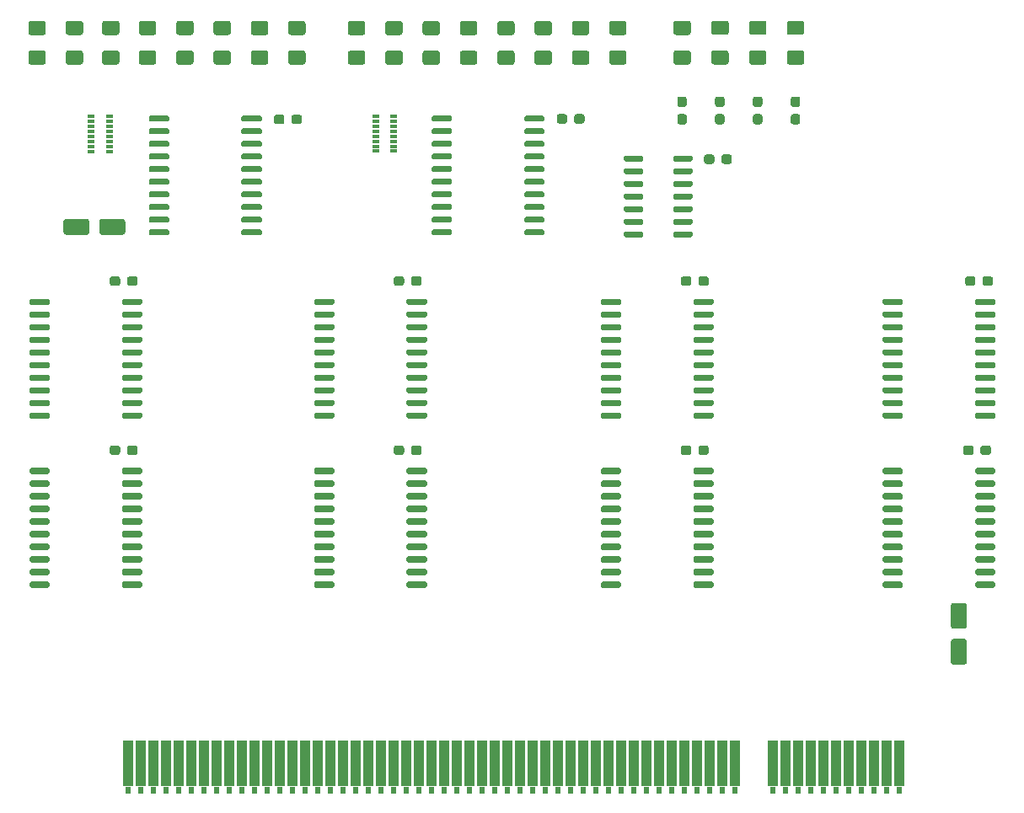
<source format=gts>
G04 #@! TF.GenerationSoftware,KiCad,Pcbnew,(5.1.8)-1*
G04 #@! TF.CreationDate,2022-01-11T15:46:06-08:00*
G04 #@! TF.ProjectId,GPRModule,4750524d-6f64-4756-9c65-2e6b69636164,1.3*
G04 #@! TF.SameCoordinates,Original*
G04 #@! TF.FileFunction,Soldermask,Top*
G04 #@! TF.FilePolarity,Negative*
%FSLAX46Y46*%
G04 Gerber Fmt 4.6, Leading zero omitted, Abs format (unit mm)*
G04 Created by KiCad (PCBNEW (5.1.8)-1) date 2022-01-11 15:46:06*
%MOMM*%
%LPD*%
G01*
G04 APERTURE LIST*
%ADD10R,0.800000X0.300000*%
%ADD11R,1.020000X4.570000*%
%ADD12R,0.510000X0.760000*%
G04 APERTURE END LIST*
D10*
X101150000Y-71270000D03*
X101150000Y-70270000D03*
X101150000Y-70770000D03*
X101150000Y-69770000D03*
X101150000Y-69270000D03*
X101150000Y-68770000D03*
X99350000Y-71270000D03*
X99350000Y-70770000D03*
X99350000Y-70270000D03*
X99350000Y-69770000D03*
X99350000Y-69270000D03*
X99350000Y-68770000D03*
X101150000Y-71770000D03*
X99350000Y-71770000D03*
X101150000Y-68270000D03*
X99350000Y-68270000D03*
G36*
G01*
X102425000Y-104035000D02*
X102425000Y-103735000D01*
G75*
G02*
X102575000Y-103585000I150000J0D01*
G01*
X104325000Y-103585000D01*
G75*
G02*
X104475000Y-103735000I0J-150000D01*
G01*
X104475000Y-104035000D01*
G75*
G02*
X104325000Y-104185000I-150000J0D01*
G01*
X102575000Y-104185000D01*
G75*
G02*
X102425000Y-104035000I0J150000D01*
G01*
G37*
G36*
G01*
X102425000Y-105305000D02*
X102425000Y-105005000D01*
G75*
G02*
X102575000Y-104855000I150000J0D01*
G01*
X104325000Y-104855000D01*
G75*
G02*
X104475000Y-105005000I0J-150000D01*
G01*
X104475000Y-105305000D01*
G75*
G02*
X104325000Y-105455000I-150000J0D01*
G01*
X102575000Y-105455000D01*
G75*
G02*
X102425000Y-105305000I0J150000D01*
G01*
G37*
G36*
G01*
X102425000Y-106575000D02*
X102425000Y-106275000D01*
G75*
G02*
X102575000Y-106125000I150000J0D01*
G01*
X104325000Y-106125000D01*
G75*
G02*
X104475000Y-106275000I0J-150000D01*
G01*
X104475000Y-106575000D01*
G75*
G02*
X104325000Y-106725000I-150000J0D01*
G01*
X102575000Y-106725000D01*
G75*
G02*
X102425000Y-106575000I0J150000D01*
G01*
G37*
G36*
G01*
X102425000Y-107845000D02*
X102425000Y-107545000D01*
G75*
G02*
X102575000Y-107395000I150000J0D01*
G01*
X104325000Y-107395000D01*
G75*
G02*
X104475000Y-107545000I0J-150000D01*
G01*
X104475000Y-107845000D01*
G75*
G02*
X104325000Y-107995000I-150000J0D01*
G01*
X102575000Y-107995000D01*
G75*
G02*
X102425000Y-107845000I0J150000D01*
G01*
G37*
G36*
G01*
X102425000Y-109115000D02*
X102425000Y-108815000D01*
G75*
G02*
X102575000Y-108665000I150000J0D01*
G01*
X104325000Y-108665000D01*
G75*
G02*
X104475000Y-108815000I0J-150000D01*
G01*
X104475000Y-109115000D01*
G75*
G02*
X104325000Y-109265000I-150000J0D01*
G01*
X102575000Y-109265000D01*
G75*
G02*
X102425000Y-109115000I0J150000D01*
G01*
G37*
G36*
G01*
X102425000Y-110385000D02*
X102425000Y-110085000D01*
G75*
G02*
X102575000Y-109935000I150000J0D01*
G01*
X104325000Y-109935000D01*
G75*
G02*
X104475000Y-110085000I0J-150000D01*
G01*
X104475000Y-110385000D01*
G75*
G02*
X104325000Y-110535000I-150000J0D01*
G01*
X102575000Y-110535000D01*
G75*
G02*
X102425000Y-110385000I0J150000D01*
G01*
G37*
G36*
G01*
X102425000Y-111655000D02*
X102425000Y-111355000D01*
G75*
G02*
X102575000Y-111205000I150000J0D01*
G01*
X104325000Y-111205000D01*
G75*
G02*
X104475000Y-111355000I0J-150000D01*
G01*
X104475000Y-111655000D01*
G75*
G02*
X104325000Y-111805000I-150000J0D01*
G01*
X102575000Y-111805000D01*
G75*
G02*
X102425000Y-111655000I0J150000D01*
G01*
G37*
G36*
G01*
X102425000Y-112925000D02*
X102425000Y-112625000D01*
G75*
G02*
X102575000Y-112475000I150000J0D01*
G01*
X104325000Y-112475000D01*
G75*
G02*
X104475000Y-112625000I0J-150000D01*
G01*
X104475000Y-112925000D01*
G75*
G02*
X104325000Y-113075000I-150000J0D01*
G01*
X102575000Y-113075000D01*
G75*
G02*
X102425000Y-112925000I0J150000D01*
G01*
G37*
G36*
G01*
X102425000Y-114195000D02*
X102425000Y-113895000D01*
G75*
G02*
X102575000Y-113745000I150000J0D01*
G01*
X104325000Y-113745000D01*
G75*
G02*
X104475000Y-113895000I0J-150000D01*
G01*
X104475000Y-114195000D01*
G75*
G02*
X104325000Y-114345000I-150000J0D01*
G01*
X102575000Y-114345000D01*
G75*
G02*
X102425000Y-114195000I0J150000D01*
G01*
G37*
G36*
G01*
X102425000Y-115465000D02*
X102425000Y-115165000D01*
G75*
G02*
X102575000Y-115015000I150000J0D01*
G01*
X104325000Y-115015000D01*
G75*
G02*
X104475000Y-115165000I0J-150000D01*
G01*
X104475000Y-115465000D01*
G75*
G02*
X104325000Y-115615000I-150000J0D01*
G01*
X102575000Y-115615000D01*
G75*
G02*
X102425000Y-115465000I0J150000D01*
G01*
G37*
G36*
G01*
X93125000Y-115465000D02*
X93125000Y-115165000D01*
G75*
G02*
X93275000Y-115015000I150000J0D01*
G01*
X95025000Y-115015000D01*
G75*
G02*
X95175000Y-115165000I0J-150000D01*
G01*
X95175000Y-115465000D01*
G75*
G02*
X95025000Y-115615000I-150000J0D01*
G01*
X93275000Y-115615000D01*
G75*
G02*
X93125000Y-115465000I0J150000D01*
G01*
G37*
G36*
G01*
X93125000Y-114195000D02*
X93125000Y-113895000D01*
G75*
G02*
X93275000Y-113745000I150000J0D01*
G01*
X95025000Y-113745000D01*
G75*
G02*
X95175000Y-113895000I0J-150000D01*
G01*
X95175000Y-114195000D01*
G75*
G02*
X95025000Y-114345000I-150000J0D01*
G01*
X93275000Y-114345000D01*
G75*
G02*
X93125000Y-114195000I0J150000D01*
G01*
G37*
G36*
G01*
X93125000Y-112925000D02*
X93125000Y-112625000D01*
G75*
G02*
X93275000Y-112475000I150000J0D01*
G01*
X95025000Y-112475000D01*
G75*
G02*
X95175000Y-112625000I0J-150000D01*
G01*
X95175000Y-112925000D01*
G75*
G02*
X95025000Y-113075000I-150000J0D01*
G01*
X93275000Y-113075000D01*
G75*
G02*
X93125000Y-112925000I0J150000D01*
G01*
G37*
G36*
G01*
X93125000Y-111655000D02*
X93125000Y-111355000D01*
G75*
G02*
X93275000Y-111205000I150000J0D01*
G01*
X95025000Y-111205000D01*
G75*
G02*
X95175000Y-111355000I0J-150000D01*
G01*
X95175000Y-111655000D01*
G75*
G02*
X95025000Y-111805000I-150000J0D01*
G01*
X93275000Y-111805000D01*
G75*
G02*
X93125000Y-111655000I0J150000D01*
G01*
G37*
G36*
G01*
X93125000Y-110385000D02*
X93125000Y-110085000D01*
G75*
G02*
X93275000Y-109935000I150000J0D01*
G01*
X95025000Y-109935000D01*
G75*
G02*
X95175000Y-110085000I0J-150000D01*
G01*
X95175000Y-110385000D01*
G75*
G02*
X95025000Y-110535000I-150000J0D01*
G01*
X93275000Y-110535000D01*
G75*
G02*
X93125000Y-110385000I0J150000D01*
G01*
G37*
G36*
G01*
X93125000Y-109115000D02*
X93125000Y-108815000D01*
G75*
G02*
X93275000Y-108665000I150000J0D01*
G01*
X95025000Y-108665000D01*
G75*
G02*
X95175000Y-108815000I0J-150000D01*
G01*
X95175000Y-109115000D01*
G75*
G02*
X95025000Y-109265000I-150000J0D01*
G01*
X93275000Y-109265000D01*
G75*
G02*
X93125000Y-109115000I0J150000D01*
G01*
G37*
G36*
G01*
X93125000Y-107845000D02*
X93125000Y-107545000D01*
G75*
G02*
X93275000Y-107395000I150000J0D01*
G01*
X95025000Y-107395000D01*
G75*
G02*
X95175000Y-107545000I0J-150000D01*
G01*
X95175000Y-107845000D01*
G75*
G02*
X95025000Y-107995000I-150000J0D01*
G01*
X93275000Y-107995000D01*
G75*
G02*
X93125000Y-107845000I0J150000D01*
G01*
G37*
G36*
G01*
X93125000Y-106575000D02*
X93125000Y-106275000D01*
G75*
G02*
X93275000Y-106125000I150000J0D01*
G01*
X95025000Y-106125000D01*
G75*
G02*
X95175000Y-106275000I0J-150000D01*
G01*
X95175000Y-106575000D01*
G75*
G02*
X95025000Y-106725000I-150000J0D01*
G01*
X93275000Y-106725000D01*
G75*
G02*
X93125000Y-106575000I0J150000D01*
G01*
G37*
G36*
G01*
X93125000Y-105305000D02*
X93125000Y-105005000D01*
G75*
G02*
X93275000Y-104855000I150000J0D01*
G01*
X95025000Y-104855000D01*
G75*
G02*
X95175000Y-105005000I0J-150000D01*
G01*
X95175000Y-105305000D01*
G75*
G02*
X95025000Y-105455000I-150000J0D01*
G01*
X93275000Y-105455000D01*
G75*
G02*
X93125000Y-105305000I0J150000D01*
G01*
G37*
G36*
G01*
X93125000Y-104035000D02*
X93125000Y-103735000D01*
G75*
G02*
X93275000Y-103585000I150000J0D01*
G01*
X95025000Y-103585000D01*
G75*
G02*
X95175000Y-103735000I0J-150000D01*
G01*
X95175000Y-104035000D01*
G75*
G02*
X95025000Y-104185000I-150000J0D01*
G01*
X93275000Y-104185000D01*
G75*
G02*
X93125000Y-104035000I0J150000D01*
G01*
G37*
G36*
G01*
X100675000Y-61625000D02*
X101925000Y-61625000D01*
G75*
G02*
X102175000Y-61875000I0J-250000D01*
G01*
X102175000Y-62800000D01*
G75*
G02*
X101925000Y-63050000I-250000J0D01*
G01*
X100675000Y-63050000D01*
G75*
G02*
X100425000Y-62800000I0J250000D01*
G01*
X100425000Y-61875000D01*
G75*
G02*
X100675000Y-61625000I250000J0D01*
G01*
G37*
G36*
G01*
X100675000Y-58650000D02*
X101925000Y-58650000D01*
G75*
G02*
X102175000Y-58900000I0J-250000D01*
G01*
X102175000Y-59825000D01*
G75*
G02*
X101925000Y-60075000I-250000J0D01*
G01*
X100675000Y-60075000D01*
G75*
G02*
X100425000Y-59825000I0J250000D01*
G01*
X100425000Y-58900000D01*
G75*
G02*
X100675000Y-58650000I250000J0D01*
G01*
G37*
G36*
G01*
X188875000Y-85037500D02*
X188875000Y-84562500D01*
G75*
G02*
X189112500Y-84325000I237500J0D01*
G01*
X189687500Y-84325000D01*
G75*
G02*
X189925000Y-84562500I0J-237500D01*
G01*
X189925000Y-85037500D01*
G75*
G02*
X189687500Y-85275000I-237500J0D01*
G01*
X189112500Y-85275000D01*
G75*
G02*
X188875000Y-85037500I0J237500D01*
G01*
G37*
G36*
G01*
X187125000Y-85037500D02*
X187125000Y-84562500D01*
G75*
G02*
X187362500Y-84325000I237500J0D01*
G01*
X187937500Y-84325000D01*
G75*
G02*
X188175000Y-84562500I0J-237500D01*
G01*
X188175000Y-85037500D01*
G75*
G02*
X187937500Y-85275000I-237500J0D01*
G01*
X187362500Y-85275000D01*
G75*
G02*
X187125000Y-85037500I0J237500D01*
G01*
G37*
G36*
G01*
X186925000Y-102037500D02*
X186925000Y-101562500D01*
G75*
G02*
X187162500Y-101325000I237500J0D01*
G01*
X187737500Y-101325000D01*
G75*
G02*
X187975000Y-101562500I0J-237500D01*
G01*
X187975000Y-102037500D01*
G75*
G02*
X187737500Y-102275000I-237500J0D01*
G01*
X187162500Y-102275000D01*
G75*
G02*
X186925000Y-102037500I0J237500D01*
G01*
G37*
G36*
G01*
X188675000Y-102037500D02*
X188675000Y-101562500D01*
G75*
G02*
X188912500Y-101325000I237500J0D01*
G01*
X189487500Y-101325000D01*
G75*
G02*
X189725000Y-101562500I0J-237500D01*
G01*
X189725000Y-102037500D01*
G75*
G02*
X189487500Y-102275000I-237500J0D01*
G01*
X188912500Y-102275000D01*
G75*
G02*
X188675000Y-102037500I0J237500D01*
G01*
G37*
G36*
G01*
X158575000Y-102037500D02*
X158575000Y-101562500D01*
G75*
G02*
X158812500Y-101325000I237500J0D01*
G01*
X159387500Y-101325000D01*
G75*
G02*
X159625000Y-101562500I0J-237500D01*
G01*
X159625000Y-102037500D01*
G75*
G02*
X159387500Y-102275000I-237500J0D01*
G01*
X158812500Y-102275000D01*
G75*
G02*
X158575000Y-102037500I0J237500D01*
G01*
G37*
G36*
G01*
X160325000Y-102037500D02*
X160325000Y-101562500D01*
G75*
G02*
X160562500Y-101325000I237500J0D01*
G01*
X161137500Y-101325000D01*
G75*
G02*
X161375000Y-101562500I0J-237500D01*
G01*
X161375000Y-102037500D01*
G75*
G02*
X161137500Y-102275000I-237500J0D01*
G01*
X160562500Y-102275000D01*
G75*
G02*
X160325000Y-102037500I0J237500D01*
G01*
G37*
G36*
G01*
X160330000Y-85037500D02*
X160330000Y-84562500D01*
G75*
G02*
X160567500Y-84325000I237500J0D01*
G01*
X161142500Y-84325000D01*
G75*
G02*
X161380000Y-84562500I0J-237500D01*
G01*
X161380000Y-85037500D01*
G75*
G02*
X161142500Y-85275000I-237500J0D01*
G01*
X160567500Y-85275000D01*
G75*
G02*
X160330000Y-85037500I0J237500D01*
G01*
G37*
G36*
G01*
X158580000Y-85037500D02*
X158580000Y-84562500D01*
G75*
G02*
X158817500Y-84325000I237500J0D01*
G01*
X159392500Y-84325000D01*
G75*
G02*
X159630000Y-84562500I0J-237500D01*
G01*
X159630000Y-85037500D01*
G75*
G02*
X159392500Y-85275000I-237500J0D01*
G01*
X158817500Y-85275000D01*
G75*
G02*
X158580000Y-85037500I0J237500D01*
G01*
G37*
G36*
G01*
X129725000Y-102037500D02*
X129725000Y-101562500D01*
G75*
G02*
X129962500Y-101325000I237500J0D01*
G01*
X130537500Y-101325000D01*
G75*
G02*
X130775000Y-101562500I0J-237500D01*
G01*
X130775000Y-102037500D01*
G75*
G02*
X130537500Y-102275000I-237500J0D01*
G01*
X129962500Y-102275000D01*
G75*
G02*
X129725000Y-102037500I0J237500D01*
G01*
G37*
G36*
G01*
X131475000Y-102037500D02*
X131475000Y-101562500D01*
G75*
G02*
X131712500Y-101325000I237500J0D01*
G01*
X132287500Y-101325000D01*
G75*
G02*
X132525000Y-101562500I0J-237500D01*
G01*
X132525000Y-102037500D01*
G75*
G02*
X132287500Y-102275000I-237500J0D01*
G01*
X131712500Y-102275000D01*
G75*
G02*
X131475000Y-102037500I0J237500D01*
G01*
G37*
G36*
G01*
X131475000Y-85037500D02*
X131475000Y-84562500D01*
G75*
G02*
X131712500Y-84325000I237500J0D01*
G01*
X132287500Y-84325000D01*
G75*
G02*
X132525000Y-84562500I0J-237500D01*
G01*
X132525000Y-85037500D01*
G75*
G02*
X132287500Y-85275000I-237500J0D01*
G01*
X131712500Y-85275000D01*
G75*
G02*
X131475000Y-85037500I0J237500D01*
G01*
G37*
G36*
G01*
X129725000Y-85037500D02*
X129725000Y-84562500D01*
G75*
G02*
X129962500Y-84325000I237500J0D01*
G01*
X130537500Y-84325000D01*
G75*
G02*
X130775000Y-84562500I0J-237500D01*
G01*
X130775000Y-85037500D01*
G75*
G02*
X130537500Y-85275000I-237500J0D01*
G01*
X129962500Y-85275000D01*
G75*
G02*
X129725000Y-85037500I0J237500D01*
G01*
G37*
G36*
G01*
X101200000Y-102037500D02*
X101200000Y-101562500D01*
G75*
G02*
X101437500Y-101325000I237500J0D01*
G01*
X102012500Y-101325000D01*
G75*
G02*
X102250000Y-101562500I0J-237500D01*
G01*
X102250000Y-102037500D01*
G75*
G02*
X102012500Y-102275000I-237500J0D01*
G01*
X101437500Y-102275000D01*
G75*
G02*
X101200000Y-102037500I0J237500D01*
G01*
G37*
G36*
G01*
X102950000Y-102037500D02*
X102950000Y-101562500D01*
G75*
G02*
X103187500Y-101325000I237500J0D01*
G01*
X103762500Y-101325000D01*
G75*
G02*
X104000000Y-101562500I0J-237500D01*
G01*
X104000000Y-102037500D01*
G75*
G02*
X103762500Y-102275000I-237500J0D01*
G01*
X103187500Y-102275000D01*
G75*
G02*
X102950000Y-102037500I0J237500D01*
G01*
G37*
G36*
G01*
X101200000Y-85037500D02*
X101200000Y-84562500D01*
G75*
G02*
X101437500Y-84325000I237500J0D01*
G01*
X102012500Y-84325000D01*
G75*
G02*
X102250000Y-84562500I0J-237500D01*
G01*
X102250000Y-85037500D01*
G75*
G02*
X102012500Y-85275000I-237500J0D01*
G01*
X101437500Y-85275000D01*
G75*
G02*
X101200000Y-85037500I0J237500D01*
G01*
G37*
G36*
G01*
X102950000Y-85037500D02*
X102950000Y-84562500D01*
G75*
G02*
X103187500Y-84325000I237500J0D01*
G01*
X103762500Y-84325000D01*
G75*
G02*
X104000000Y-84562500I0J-237500D01*
G01*
X104000000Y-85037500D01*
G75*
G02*
X103762500Y-85275000I-237500J0D01*
G01*
X103187500Y-85275000D01*
G75*
G02*
X102950000Y-85037500I0J237500D01*
G01*
G37*
G36*
G01*
X118750000Y-68312500D02*
X118750000Y-68787500D01*
G75*
G02*
X118512500Y-69025000I-237500J0D01*
G01*
X117937500Y-69025000D01*
G75*
G02*
X117700000Y-68787500I0J237500D01*
G01*
X117700000Y-68312500D01*
G75*
G02*
X117937500Y-68075000I237500J0D01*
G01*
X118512500Y-68075000D01*
G75*
G02*
X118750000Y-68312500I0J-237500D01*
G01*
G37*
G36*
G01*
X120500000Y-68312500D02*
X120500000Y-68787500D01*
G75*
G02*
X120262500Y-69025000I-237500J0D01*
G01*
X119687500Y-69025000D01*
G75*
G02*
X119450000Y-68787500I0J237500D01*
G01*
X119450000Y-68312500D01*
G75*
G02*
X119687500Y-68075000I237500J0D01*
G01*
X120262500Y-68075000D01*
G75*
G02*
X120500000Y-68312500I0J-237500D01*
G01*
G37*
G36*
G01*
X148900000Y-68262500D02*
X148900000Y-68737500D01*
G75*
G02*
X148662500Y-68975000I-237500J0D01*
G01*
X148087500Y-68975000D01*
G75*
G02*
X147850000Y-68737500I0J237500D01*
G01*
X147850000Y-68262500D01*
G75*
G02*
X148087500Y-68025000I237500J0D01*
G01*
X148662500Y-68025000D01*
G75*
G02*
X148900000Y-68262500I0J-237500D01*
G01*
G37*
G36*
G01*
X147150000Y-68262500D02*
X147150000Y-68737500D01*
G75*
G02*
X146912500Y-68975000I-237500J0D01*
G01*
X146337500Y-68975000D01*
G75*
G02*
X146100000Y-68737500I0J237500D01*
G01*
X146100000Y-68262500D01*
G75*
G02*
X146337500Y-68025000I237500J0D01*
G01*
X146912500Y-68025000D01*
G75*
G02*
X147150000Y-68262500I0J-237500D01*
G01*
G37*
G36*
G01*
X161950000Y-72312500D02*
X161950000Y-72787500D01*
G75*
G02*
X161712500Y-73025000I-237500J0D01*
G01*
X161137500Y-73025000D01*
G75*
G02*
X160900000Y-72787500I0J237500D01*
G01*
X160900000Y-72312500D01*
G75*
G02*
X161137500Y-72075000I237500J0D01*
G01*
X161712500Y-72075000D01*
G75*
G02*
X161950000Y-72312500I0J-237500D01*
G01*
G37*
G36*
G01*
X163700000Y-72312500D02*
X163700000Y-72787500D01*
G75*
G02*
X163462500Y-73025000I-237500J0D01*
G01*
X162887500Y-73025000D01*
G75*
G02*
X162650000Y-72787500I0J237500D01*
G01*
X162650000Y-72312500D01*
G75*
G02*
X162887500Y-72075000I237500J0D01*
G01*
X163462500Y-72075000D01*
G75*
G02*
X163700000Y-72312500I0J-237500D01*
G01*
G37*
G36*
G01*
X151625000Y-58650000D02*
X152875000Y-58650000D01*
G75*
G02*
X153125000Y-58900000I0J-250000D01*
G01*
X153125000Y-59825000D01*
G75*
G02*
X152875000Y-60075000I-250000J0D01*
G01*
X151625000Y-60075000D01*
G75*
G02*
X151375000Y-59825000I0J250000D01*
G01*
X151375000Y-58900000D01*
G75*
G02*
X151625000Y-58650000I250000J0D01*
G01*
G37*
G36*
G01*
X151625000Y-61625000D02*
X152875000Y-61625000D01*
G75*
G02*
X153125000Y-61875000I0J-250000D01*
G01*
X153125000Y-62800000D01*
G75*
G02*
X152875000Y-63050000I-250000J0D01*
G01*
X151625000Y-63050000D01*
G75*
G02*
X151375000Y-62800000I0J250000D01*
G01*
X151375000Y-61875000D01*
G75*
G02*
X151625000Y-61625000I250000J0D01*
G01*
G37*
G36*
G01*
X147875000Y-58662500D02*
X149125000Y-58662500D01*
G75*
G02*
X149375000Y-58912500I0J-250000D01*
G01*
X149375000Y-59837500D01*
G75*
G02*
X149125000Y-60087500I-250000J0D01*
G01*
X147875000Y-60087500D01*
G75*
G02*
X147625000Y-59837500I0J250000D01*
G01*
X147625000Y-58912500D01*
G75*
G02*
X147875000Y-58662500I250000J0D01*
G01*
G37*
G36*
G01*
X147875000Y-61637500D02*
X149125000Y-61637500D01*
G75*
G02*
X149375000Y-61887500I0J-250000D01*
G01*
X149375000Y-62812500D01*
G75*
G02*
X149125000Y-63062500I-250000J0D01*
G01*
X147875000Y-63062500D01*
G75*
G02*
X147625000Y-62812500I0J250000D01*
G01*
X147625000Y-61887500D01*
G75*
G02*
X147875000Y-61637500I250000J0D01*
G01*
G37*
G36*
G01*
X144125000Y-61637500D02*
X145375000Y-61637500D01*
G75*
G02*
X145625000Y-61887500I0J-250000D01*
G01*
X145625000Y-62812500D01*
G75*
G02*
X145375000Y-63062500I-250000J0D01*
G01*
X144125000Y-63062500D01*
G75*
G02*
X143875000Y-62812500I0J250000D01*
G01*
X143875000Y-61887500D01*
G75*
G02*
X144125000Y-61637500I250000J0D01*
G01*
G37*
G36*
G01*
X144125000Y-58662500D02*
X145375000Y-58662500D01*
G75*
G02*
X145625000Y-58912500I0J-250000D01*
G01*
X145625000Y-59837500D01*
G75*
G02*
X145375000Y-60087500I-250000J0D01*
G01*
X144125000Y-60087500D01*
G75*
G02*
X143875000Y-59837500I0J250000D01*
G01*
X143875000Y-58912500D01*
G75*
G02*
X144125000Y-58662500I250000J0D01*
G01*
G37*
G36*
G01*
X140375000Y-61637500D02*
X141625000Y-61637500D01*
G75*
G02*
X141875000Y-61887500I0J-250000D01*
G01*
X141875000Y-62812500D01*
G75*
G02*
X141625000Y-63062500I-250000J0D01*
G01*
X140375000Y-63062500D01*
G75*
G02*
X140125000Y-62812500I0J250000D01*
G01*
X140125000Y-61887500D01*
G75*
G02*
X140375000Y-61637500I250000J0D01*
G01*
G37*
G36*
G01*
X140375000Y-58662500D02*
X141625000Y-58662500D01*
G75*
G02*
X141875000Y-58912500I0J-250000D01*
G01*
X141875000Y-59837500D01*
G75*
G02*
X141625000Y-60087500I-250000J0D01*
G01*
X140375000Y-60087500D01*
G75*
G02*
X140125000Y-59837500I0J250000D01*
G01*
X140125000Y-58912500D01*
G75*
G02*
X140375000Y-58662500I250000J0D01*
G01*
G37*
G36*
G01*
X136625000Y-58662500D02*
X137875000Y-58662500D01*
G75*
G02*
X138125000Y-58912500I0J-250000D01*
G01*
X138125000Y-59837500D01*
G75*
G02*
X137875000Y-60087500I-250000J0D01*
G01*
X136625000Y-60087500D01*
G75*
G02*
X136375000Y-59837500I0J250000D01*
G01*
X136375000Y-58912500D01*
G75*
G02*
X136625000Y-58662500I250000J0D01*
G01*
G37*
G36*
G01*
X136625000Y-61637500D02*
X137875000Y-61637500D01*
G75*
G02*
X138125000Y-61887500I0J-250000D01*
G01*
X138125000Y-62812500D01*
G75*
G02*
X137875000Y-63062500I-250000J0D01*
G01*
X136625000Y-63062500D01*
G75*
G02*
X136375000Y-62812500I0J250000D01*
G01*
X136375000Y-61887500D01*
G75*
G02*
X136625000Y-61637500I250000J0D01*
G01*
G37*
G36*
G01*
X132875000Y-58662500D02*
X134125000Y-58662500D01*
G75*
G02*
X134375000Y-58912500I0J-250000D01*
G01*
X134375000Y-59837500D01*
G75*
G02*
X134125000Y-60087500I-250000J0D01*
G01*
X132875000Y-60087500D01*
G75*
G02*
X132625000Y-59837500I0J250000D01*
G01*
X132625000Y-58912500D01*
G75*
G02*
X132875000Y-58662500I250000J0D01*
G01*
G37*
G36*
G01*
X132875000Y-61637500D02*
X134125000Y-61637500D01*
G75*
G02*
X134375000Y-61887500I0J-250000D01*
G01*
X134375000Y-62812500D01*
G75*
G02*
X134125000Y-63062500I-250000J0D01*
G01*
X132875000Y-63062500D01*
G75*
G02*
X132625000Y-62812500I0J250000D01*
G01*
X132625000Y-61887500D01*
G75*
G02*
X132875000Y-61637500I250000J0D01*
G01*
G37*
G36*
G01*
X129125000Y-61637500D02*
X130375000Y-61637500D01*
G75*
G02*
X130625000Y-61887500I0J-250000D01*
G01*
X130625000Y-62812500D01*
G75*
G02*
X130375000Y-63062500I-250000J0D01*
G01*
X129125000Y-63062500D01*
G75*
G02*
X128875000Y-62812500I0J250000D01*
G01*
X128875000Y-61887500D01*
G75*
G02*
X129125000Y-61637500I250000J0D01*
G01*
G37*
G36*
G01*
X129125000Y-58662500D02*
X130375000Y-58662500D01*
G75*
G02*
X130625000Y-58912500I0J-250000D01*
G01*
X130625000Y-59837500D01*
G75*
G02*
X130375000Y-60087500I-250000J0D01*
G01*
X129125000Y-60087500D01*
G75*
G02*
X128875000Y-59837500I0J250000D01*
G01*
X128875000Y-58912500D01*
G75*
G02*
X129125000Y-58662500I250000J0D01*
G01*
G37*
G36*
G01*
X125375000Y-58662500D02*
X126625000Y-58662500D01*
G75*
G02*
X126875000Y-58912500I0J-250000D01*
G01*
X126875000Y-59837500D01*
G75*
G02*
X126625000Y-60087500I-250000J0D01*
G01*
X125375000Y-60087500D01*
G75*
G02*
X125125000Y-59837500I0J250000D01*
G01*
X125125000Y-58912500D01*
G75*
G02*
X125375000Y-58662500I250000J0D01*
G01*
G37*
G36*
G01*
X125375000Y-61637500D02*
X126625000Y-61637500D01*
G75*
G02*
X126875000Y-61887500I0J-250000D01*
G01*
X126875000Y-62812500D01*
G75*
G02*
X126625000Y-63062500I-250000J0D01*
G01*
X125375000Y-63062500D01*
G75*
G02*
X125125000Y-62812500I0J250000D01*
G01*
X125125000Y-61887500D01*
G75*
G02*
X125375000Y-61637500I250000J0D01*
G01*
G37*
G36*
G01*
X119375000Y-61625000D02*
X120625000Y-61625000D01*
G75*
G02*
X120875000Y-61875000I0J-250000D01*
G01*
X120875000Y-62800000D01*
G75*
G02*
X120625000Y-63050000I-250000J0D01*
G01*
X119375000Y-63050000D01*
G75*
G02*
X119125000Y-62800000I0J250000D01*
G01*
X119125000Y-61875000D01*
G75*
G02*
X119375000Y-61625000I250000J0D01*
G01*
G37*
G36*
G01*
X119375000Y-58650000D02*
X120625000Y-58650000D01*
G75*
G02*
X120875000Y-58900000I0J-250000D01*
G01*
X120875000Y-59825000D01*
G75*
G02*
X120625000Y-60075000I-250000J0D01*
G01*
X119375000Y-60075000D01*
G75*
G02*
X119125000Y-59825000I0J250000D01*
G01*
X119125000Y-58900000D01*
G75*
G02*
X119375000Y-58650000I250000J0D01*
G01*
G37*
G36*
G01*
X115625000Y-61625000D02*
X116875000Y-61625000D01*
G75*
G02*
X117125000Y-61875000I0J-250000D01*
G01*
X117125000Y-62800000D01*
G75*
G02*
X116875000Y-63050000I-250000J0D01*
G01*
X115625000Y-63050000D01*
G75*
G02*
X115375000Y-62800000I0J250000D01*
G01*
X115375000Y-61875000D01*
G75*
G02*
X115625000Y-61625000I250000J0D01*
G01*
G37*
G36*
G01*
X115625000Y-58650000D02*
X116875000Y-58650000D01*
G75*
G02*
X117125000Y-58900000I0J-250000D01*
G01*
X117125000Y-59825000D01*
G75*
G02*
X116875000Y-60075000I-250000J0D01*
G01*
X115625000Y-60075000D01*
G75*
G02*
X115375000Y-59825000I0J250000D01*
G01*
X115375000Y-58900000D01*
G75*
G02*
X115625000Y-58650000I250000J0D01*
G01*
G37*
G36*
G01*
X111875000Y-58650000D02*
X113125000Y-58650000D01*
G75*
G02*
X113375000Y-58900000I0J-250000D01*
G01*
X113375000Y-59825000D01*
G75*
G02*
X113125000Y-60075000I-250000J0D01*
G01*
X111875000Y-60075000D01*
G75*
G02*
X111625000Y-59825000I0J250000D01*
G01*
X111625000Y-58900000D01*
G75*
G02*
X111875000Y-58650000I250000J0D01*
G01*
G37*
G36*
G01*
X111875000Y-61625000D02*
X113125000Y-61625000D01*
G75*
G02*
X113375000Y-61875000I0J-250000D01*
G01*
X113375000Y-62800000D01*
G75*
G02*
X113125000Y-63050000I-250000J0D01*
G01*
X111875000Y-63050000D01*
G75*
G02*
X111625000Y-62800000I0J250000D01*
G01*
X111625000Y-61875000D01*
G75*
G02*
X111875000Y-61625000I250000J0D01*
G01*
G37*
G36*
G01*
X108125000Y-61625000D02*
X109375000Y-61625000D01*
G75*
G02*
X109625000Y-61875000I0J-250000D01*
G01*
X109625000Y-62800000D01*
G75*
G02*
X109375000Y-63050000I-250000J0D01*
G01*
X108125000Y-63050000D01*
G75*
G02*
X107875000Y-62800000I0J250000D01*
G01*
X107875000Y-61875000D01*
G75*
G02*
X108125000Y-61625000I250000J0D01*
G01*
G37*
G36*
G01*
X108125000Y-58650000D02*
X109375000Y-58650000D01*
G75*
G02*
X109625000Y-58900000I0J-250000D01*
G01*
X109625000Y-59825000D01*
G75*
G02*
X109375000Y-60075000I-250000J0D01*
G01*
X108125000Y-60075000D01*
G75*
G02*
X107875000Y-59825000I0J250000D01*
G01*
X107875000Y-58900000D01*
G75*
G02*
X108125000Y-58650000I250000J0D01*
G01*
G37*
G36*
G01*
X104375000Y-58650000D02*
X105625000Y-58650000D01*
G75*
G02*
X105875000Y-58900000I0J-250000D01*
G01*
X105875000Y-59825000D01*
G75*
G02*
X105625000Y-60075000I-250000J0D01*
G01*
X104375000Y-60075000D01*
G75*
G02*
X104125000Y-59825000I0J250000D01*
G01*
X104125000Y-58900000D01*
G75*
G02*
X104375000Y-58650000I250000J0D01*
G01*
G37*
G36*
G01*
X104375000Y-61625000D02*
X105625000Y-61625000D01*
G75*
G02*
X105875000Y-61875000I0J-250000D01*
G01*
X105875000Y-62800000D01*
G75*
G02*
X105625000Y-63050000I-250000J0D01*
G01*
X104375000Y-63050000D01*
G75*
G02*
X104125000Y-62800000I0J250000D01*
G01*
X104125000Y-61875000D01*
G75*
G02*
X104375000Y-61625000I250000J0D01*
G01*
G37*
G36*
G01*
X97025000Y-58650000D02*
X98275000Y-58650000D01*
G75*
G02*
X98525000Y-58900000I0J-250000D01*
G01*
X98525000Y-59825000D01*
G75*
G02*
X98275000Y-60075000I-250000J0D01*
G01*
X97025000Y-60075000D01*
G75*
G02*
X96775000Y-59825000I0J250000D01*
G01*
X96775000Y-58900000D01*
G75*
G02*
X97025000Y-58650000I250000J0D01*
G01*
G37*
G36*
G01*
X97025000Y-61625000D02*
X98275000Y-61625000D01*
G75*
G02*
X98525000Y-61875000I0J-250000D01*
G01*
X98525000Y-62800000D01*
G75*
G02*
X98275000Y-63050000I-250000J0D01*
G01*
X97025000Y-63050000D01*
G75*
G02*
X96775000Y-62800000I0J250000D01*
G01*
X96775000Y-61875000D01*
G75*
G02*
X97025000Y-61625000I250000J0D01*
G01*
G37*
G36*
G01*
X93275000Y-61625000D02*
X94525000Y-61625000D01*
G75*
G02*
X94775000Y-61875000I0J-250000D01*
G01*
X94775000Y-62800000D01*
G75*
G02*
X94525000Y-63050000I-250000J0D01*
G01*
X93275000Y-63050000D01*
G75*
G02*
X93025000Y-62800000I0J250000D01*
G01*
X93025000Y-61875000D01*
G75*
G02*
X93275000Y-61625000I250000J0D01*
G01*
G37*
G36*
G01*
X93275000Y-58650000D02*
X94525000Y-58650000D01*
G75*
G02*
X94775000Y-58900000I0J-250000D01*
G01*
X94775000Y-59825000D01*
G75*
G02*
X94525000Y-60075000I-250000J0D01*
G01*
X93275000Y-60075000D01*
G75*
G02*
X93025000Y-59825000I0J250000D01*
G01*
X93025000Y-58900000D01*
G75*
G02*
X93275000Y-58650000I250000J0D01*
G01*
G37*
G36*
G01*
X170725000Y-60062500D02*
X169475000Y-60062500D01*
G75*
G02*
X169225000Y-59812500I0J250000D01*
G01*
X169225000Y-58887500D01*
G75*
G02*
X169475000Y-58637500I250000J0D01*
G01*
X170725000Y-58637500D01*
G75*
G02*
X170975000Y-58887500I0J-250000D01*
G01*
X170975000Y-59812500D01*
G75*
G02*
X170725000Y-60062500I-250000J0D01*
G01*
G37*
G36*
G01*
X170725000Y-63037500D02*
X169475000Y-63037500D01*
G75*
G02*
X169225000Y-62787500I0J250000D01*
G01*
X169225000Y-61862500D01*
G75*
G02*
X169475000Y-61612500I250000J0D01*
G01*
X170725000Y-61612500D01*
G75*
G02*
X170975000Y-61862500I0J-250000D01*
G01*
X170975000Y-62787500D01*
G75*
G02*
X170725000Y-63037500I-250000J0D01*
G01*
G37*
G36*
G01*
X166925000Y-63037500D02*
X165675000Y-63037500D01*
G75*
G02*
X165425000Y-62787500I0J250000D01*
G01*
X165425000Y-61862500D01*
G75*
G02*
X165675000Y-61612500I250000J0D01*
G01*
X166925000Y-61612500D01*
G75*
G02*
X167175000Y-61862500I0J-250000D01*
G01*
X167175000Y-62787500D01*
G75*
G02*
X166925000Y-63037500I-250000J0D01*
G01*
G37*
G36*
G01*
X166925000Y-60062500D02*
X165675000Y-60062500D01*
G75*
G02*
X165425000Y-59812500I0J250000D01*
G01*
X165425000Y-58887500D01*
G75*
G02*
X165675000Y-58637500I250000J0D01*
G01*
X166925000Y-58637500D01*
G75*
G02*
X167175000Y-58887500I0J-250000D01*
G01*
X167175000Y-59812500D01*
G75*
G02*
X166925000Y-60062500I-250000J0D01*
G01*
G37*
G36*
G01*
X163125000Y-60062500D02*
X161875000Y-60062500D01*
G75*
G02*
X161625000Y-59812500I0J250000D01*
G01*
X161625000Y-58887500D01*
G75*
G02*
X161875000Y-58637500I250000J0D01*
G01*
X163125000Y-58637500D01*
G75*
G02*
X163375000Y-58887500I0J-250000D01*
G01*
X163375000Y-59812500D01*
G75*
G02*
X163125000Y-60062500I-250000J0D01*
G01*
G37*
G36*
G01*
X163125000Y-63037500D02*
X161875000Y-63037500D01*
G75*
G02*
X161625000Y-62787500I0J250000D01*
G01*
X161625000Y-61862500D01*
G75*
G02*
X161875000Y-61612500I250000J0D01*
G01*
X163125000Y-61612500D01*
G75*
G02*
X163375000Y-61862500I0J-250000D01*
G01*
X163375000Y-62787500D01*
G75*
G02*
X163125000Y-63037500I-250000J0D01*
G01*
G37*
G36*
G01*
X158075000Y-58647500D02*
X159325000Y-58647500D01*
G75*
G02*
X159575000Y-58897500I0J-250000D01*
G01*
X159575000Y-59822500D01*
G75*
G02*
X159325000Y-60072500I-250000J0D01*
G01*
X158075000Y-60072500D01*
G75*
G02*
X157825000Y-59822500I0J250000D01*
G01*
X157825000Y-58897500D01*
G75*
G02*
X158075000Y-58647500I250000J0D01*
G01*
G37*
G36*
G01*
X158075000Y-61622500D02*
X159325000Y-61622500D01*
G75*
G02*
X159575000Y-61872500I0J-250000D01*
G01*
X159575000Y-62797500D01*
G75*
G02*
X159325000Y-63047500I-250000J0D01*
G01*
X158075000Y-63047500D01*
G75*
G02*
X157825000Y-62797500I0J250000D01*
G01*
X157825000Y-61872500D01*
G75*
G02*
X158075000Y-61622500I250000J0D01*
G01*
G37*
D11*
X103070000Y-133270000D03*
X104340000Y-133270000D03*
X105600000Y-133270000D03*
X106880000Y-133270000D03*
X108150000Y-133270000D03*
X109420000Y-133270000D03*
X110690000Y-133270000D03*
X111960000Y-133270000D03*
X113230000Y-133270000D03*
X114500000Y-133270000D03*
X115770000Y-133270000D03*
X117030000Y-133270000D03*
X118310000Y-133270000D03*
X119580000Y-133270000D03*
X120850000Y-133270000D03*
X122120000Y-133270000D03*
X123390000Y-133270000D03*
X124660000Y-133270000D03*
X125920000Y-133270000D03*
X127200000Y-133270000D03*
X128460000Y-133270000D03*
X129740000Y-133270000D03*
X131010000Y-133270000D03*
X132280000Y-133270000D03*
X133550000Y-133270000D03*
X134820000Y-133270000D03*
X136090000Y-133270000D03*
X137360000Y-133270000D03*
X138630000Y-133270000D03*
X139900000Y-133270000D03*
X141170000Y-133270000D03*
X142440000Y-133270000D03*
X143710000Y-133270000D03*
X144980000Y-133270000D03*
X146250000Y-133270000D03*
X147520000Y-133270000D03*
X148790000Y-133270000D03*
X150060000Y-133270000D03*
X151330000Y-133270000D03*
X152600000Y-133270000D03*
X153870000Y-133270000D03*
X155140000Y-133270000D03*
X156410000Y-133270000D03*
X157680000Y-133270000D03*
X158950000Y-133270000D03*
X160220000Y-133270000D03*
X161490000Y-133270000D03*
X162760000Y-133270000D03*
X164030000Y-133270000D03*
X167840000Y-133270000D03*
X169110000Y-133270000D03*
X170380000Y-133270000D03*
X171650000Y-133270000D03*
X172920000Y-133270000D03*
X174190000Y-133270000D03*
X175460000Y-133270000D03*
X176730000Y-133270000D03*
X178000000Y-133270000D03*
X179270000Y-133270000D03*
X180530000Y-133270000D03*
D12*
X104340000Y-135930000D03*
X105600000Y-135930000D03*
X106880000Y-135930000D03*
X108150000Y-135930000D03*
X109420000Y-135930000D03*
X110690000Y-135930000D03*
X111960000Y-135930000D03*
X113230000Y-135930000D03*
X114500000Y-135930000D03*
X115770000Y-135930000D03*
X117030000Y-135930000D03*
X118310000Y-135930000D03*
X119580000Y-135930000D03*
X120850000Y-135930000D03*
X122120000Y-135930000D03*
X123390000Y-135930000D03*
X124660000Y-135930000D03*
X125920000Y-135930000D03*
X127200000Y-135930000D03*
X128460000Y-135930000D03*
X129740000Y-135930000D03*
X131010000Y-135930000D03*
X132280000Y-135930000D03*
X133550000Y-135930000D03*
X134820000Y-135930000D03*
X136090000Y-135930000D03*
X137360000Y-135930000D03*
X138630000Y-135930000D03*
X139900000Y-135930000D03*
X141170000Y-135930000D03*
X142440000Y-135930000D03*
X143710000Y-135930000D03*
X144980000Y-135930000D03*
X146250000Y-135930000D03*
X147520000Y-135930000D03*
X148790000Y-135930000D03*
X150060000Y-135930000D03*
X151330000Y-135930000D03*
X152600000Y-135930000D03*
X153870000Y-135930000D03*
X155140000Y-135930000D03*
X156410000Y-135930000D03*
X157680000Y-135930000D03*
X158950000Y-135930000D03*
X160220000Y-135930000D03*
X161490000Y-135930000D03*
X162760000Y-135930000D03*
X164030000Y-135930000D03*
X167840000Y-135930000D03*
X169110000Y-135930000D03*
X170380000Y-135930000D03*
X171650000Y-135930000D03*
X172920000Y-135930000D03*
X174190000Y-135930000D03*
X175460000Y-135930000D03*
X176730000Y-135930000D03*
X178000000Y-135930000D03*
X179270000Y-135930000D03*
X180530000Y-135930000D03*
X103070000Y-135930000D03*
G36*
G01*
X170327500Y-69060000D02*
X169852500Y-69060000D01*
G75*
G02*
X169615000Y-68822500I0J237500D01*
G01*
X169615000Y-68247500D01*
G75*
G02*
X169852500Y-68010000I237500J0D01*
G01*
X170327500Y-68010000D01*
G75*
G02*
X170565000Y-68247500I0J-237500D01*
G01*
X170565000Y-68822500D01*
G75*
G02*
X170327500Y-69060000I-237500J0D01*
G01*
G37*
G36*
G01*
X170327500Y-67310000D02*
X169852500Y-67310000D01*
G75*
G02*
X169615000Y-67072500I0J237500D01*
G01*
X169615000Y-66497500D01*
G75*
G02*
X169852500Y-66260000I237500J0D01*
G01*
X170327500Y-66260000D01*
G75*
G02*
X170565000Y-66497500I0J-237500D01*
G01*
X170565000Y-67072500D01*
G75*
G02*
X170327500Y-67310000I-237500J0D01*
G01*
G37*
G36*
G01*
X166527500Y-67310000D02*
X166052500Y-67310000D01*
G75*
G02*
X165815000Y-67072500I0J237500D01*
G01*
X165815000Y-66497500D01*
G75*
G02*
X166052500Y-66260000I237500J0D01*
G01*
X166527500Y-66260000D01*
G75*
G02*
X166765000Y-66497500I0J-237500D01*
G01*
X166765000Y-67072500D01*
G75*
G02*
X166527500Y-67310000I-237500J0D01*
G01*
G37*
G36*
G01*
X166527500Y-69060000D02*
X166052500Y-69060000D01*
G75*
G02*
X165815000Y-68822500I0J237500D01*
G01*
X165815000Y-68247500D01*
G75*
G02*
X166052500Y-68010000I237500J0D01*
G01*
X166527500Y-68010000D01*
G75*
G02*
X166765000Y-68247500I0J-237500D01*
G01*
X166765000Y-68822500D01*
G75*
G02*
X166527500Y-69060000I-237500J0D01*
G01*
G37*
G36*
G01*
X162727500Y-69060000D02*
X162252500Y-69060000D01*
G75*
G02*
X162015000Y-68822500I0J237500D01*
G01*
X162015000Y-68247500D01*
G75*
G02*
X162252500Y-68010000I237500J0D01*
G01*
X162727500Y-68010000D01*
G75*
G02*
X162965000Y-68247500I0J-237500D01*
G01*
X162965000Y-68822500D01*
G75*
G02*
X162727500Y-69060000I-237500J0D01*
G01*
G37*
G36*
G01*
X162727500Y-67310000D02*
X162252500Y-67310000D01*
G75*
G02*
X162015000Y-67072500I0J237500D01*
G01*
X162015000Y-66497500D01*
G75*
G02*
X162252500Y-66260000I237500J0D01*
G01*
X162727500Y-66260000D01*
G75*
G02*
X162965000Y-66497500I0J-237500D01*
G01*
X162965000Y-67072500D01*
G75*
G02*
X162727500Y-67310000I-237500J0D01*
G01*
G37*
G36*
G01*
X158927500Y-67310000D02*
X158452500Y-67310000D01*
G75*
G02*
X158215000Y-67072500I0J237500D01*
G01*
X158215000Y-66497500D01*
G75*
G02*
X158452500Y-66260000I237500J0D01*
G01*
X158927500Y-66260000D01*
G75*
G02*
X159165000Y-66497500I0J-237500D01*
G01*
X159165000Y-67072500D01*
G75*
G02*
X158927500Y-67310000I-237500J0D01*
G01*
G37*
G36*
G01*
X158927500Y-69060000D02*
X158452500Y-69060000D01*
G75*
G02*
X158215000Y-68822500I0J237500D01*
G01*
X158215000Y-68247500D01*
G75*
G02*
X158452500Y-68010000I237500J0D01*
G01*
X158927500Y-68010000D01*
G75*
G02*
X159165000Y-68247500I0J-237500D01*
G01*
X159165000Y-68822500D01*
G75*
G02*
X158927500Y-69060000I-237500J0D01*
G01*
G37*
D10*
X127900000Y-68250000D03*
X129700000Y-68250000D03*
X127900000Y-71750000D03*
X129700000Y-71750000D03*
X127900000Y-68750000D03*
X127900000Y-69250000D03*
X127900000Y-69750000D03*
X127900000Y-70250000D03*
X127900000Y-70750000D03*
X127900000Y-71250000D03*
X129700000Y-68750000D03*
X129700000Y-69250000D03*
X129700000Y-69750000D03*
X129700000Y-70750000D03*
X129700000Y-70250000D03*
X129700000Y-71250000D03*
G36*
G01*
X178825000Y-87035000D02*
X178825000Y-86735000D01*
G75*
G02*
X178975000Y-86585000I150000J0D01*
G01*
X180725000Y-86585000D01*
G75*
G02*
X180875000Y-86735000I0J-150000D01*
G01*
X180875000Y-87035000D01*
G75*
G02*
X180725000Y-87185000I-150000J0D01*
G01*
X178975000Y-87185000D01*
G75*
G02*
X178825000Y-87035000I0J150000D01*
G01*
G37*
G36*
G01*
X178825000Y-88305000D02*
X178825000Y-88005000D01*
G75*
G02*
X178975000Y-87855000I150000J0D01*
G01*
X180725000Y-87855000D01*
G75*
G02*
X180875000Y-88005000I0J-150000D01*
G01*
X180875000Y-88305000D01*
G75*
G02*
X180725000Y-88455000I-150000J0D01*
G01*
X178975000Y-88455000D01*
G75*
G02*
X178825000Y-88305000I0J150000D01*
G01*
G37*
G36*
G01*
X178825000Y-89575000D02*
X178825000Y-89275000D01*
G75*
G02*
X178975000Y-89125000I150000J0D01*
G01*
X180725000Y-89125000D01*
G75*
G02*
X180875000Y-89275000I0J-150000D01*
G01*
X180875000Y-89575000D01*
G75*
G02*
X180725000Y-89725000I-150000J0D01*
G01*
X178975000Y-89725000D01*
G75*
G02*
X178825000Y-89575000I0J150000D01*
G01*
G37*
G36*
G01*
X178825000Y-90845000D02*
X178825000Y-90545000D01*
G75*
G02*
X178975000Y-90395000I150000J0D01*
G01*
X180725000Y-90395000D01*
G75*
G02*
X180875000Y-90545000I0J-150000D01*
G01*
X180875000Y-90845000D01*
G75*
G02*
X180725000Y-90995000I-150000J0D01*
G01*
X178975000Y-90995000D01*
G75*
G02*
X178825000Y-90845000I0J150000D01*
G01*
G37*
G36*
G01*
X178825000Y-92115000D02*
X178825000Y-91815000D01*
G75*
G02*
X178975000Y-91665000I150000J0D01*
G01*
X180725000Y-91665000D01*
G75*
G02*
X180875000Y-91815000I0J-150000D01*
G01*
X180875000Y-92115000D01*
G75*
G02*
X180725000Y-92265000I-150000J0D01*
G01*
X178975000Y-92265000D01*
G75*
G02*
X178825000Y-92115000I0J150000D01*
G01*
G37*
G36*
G01*
X178825000Y-93385000D02*
X178825000Y-93085000D01*
G75*
G02*
X178975000Y-92935000I150000J0D01*
G01*
X180725000Y-92935000D01*
G75*
G02*
X180875000Y-93085000I0J-150000D01*
G01*
X180875000Y-93385000D01*
G75*
G02*
X180725000Y-93535000I-150000J0D01*
G01*
X178975000Y-93535000D01*
G75*
G02*
X178825000Y-93385000I0J150000D01*
G01*
G37*
G36*
G01*
X178825000Y-94655000D02*
X178825000Y-94355000D01*
G75*
G02*
X178975000Y-94205000I150000J0D01*
G01*
X180725000Y-94205000D01*
G75*
G02*
X180875000Y-94355000I0J-150000D01*
G01*
X180875000Y-94655000D01*
G75*
G02*
X180725000Y-94805000I-150000J0D01*
G01*
X178975000Y-94805000D01*
G75*
G02*
X178825000Y-94655000I0J150000D01*
G01*
G37*
G36*
G01*
X178825000Y-95925000D02*
X178825000Y-95625000D01*
G75*
G02*
X178975000Y-95475000I150000J0D01*
G01*
X180725000Y-95475000D01*
G75*
G02*
X180875000Y-95625000I0J-150000D01*
G01*
X180875000Y-95925000D01*
G75*
G02*
X180725000Y-96075000I-150000J0D01*
G01*
X178975000Y-96075000D01*
G75*
G02*
X178825000Y-95925000I0J150000D01*
G01*
G37*
G36*
G01*
X178825000Y-97195000D02*
X178825000Y-96895000D01*
G75*
G02*
X178975000Y-96745000I150000J0D01*
G01*
X180725000Y-96745000D01*
G75*
G02*
X180875000Y-96895000I0J-150000D01*
G01*
X180875000Y-97195000D01*
G75*
G02*
X180725000Y-97345000I-150000J0D01*
G01*
X178975000Y-97345000D01*
G75*
G02*
X178825000Y-97195000I0J150000D01*
G01*
G37*
G36*
G01*
X178825000Y-98465000D02*
X178825000Y-98165000D01*
G75*
G02*
X178975000Y-98015000I150000J0D01*
G01*
X180725000Y-98015000D01*
G75*
G02*
X180875000Y-98165000I0J-150000D01*
G01*
X180875000Y-98465000D01*
G75*
G02*
X180725000Y-98615000I-150000J0D01*
G01*
X178975000Y-98615000D01*
G75*
G02*
X178825000Y-98465000I0J150000D01*
G01*
G37*
G36*
G01*
X188125000Y-98465000D02*
X188125000Y-98165000D01*
G75*
G02*
X188275000Y-98015000I150000J0D01*
G01*
X190025000Y-98015000D01*
G75*
G02*
X190175000Y-98165000I0J-150000D01*
G01*
X190175000Y-98465000D01*
G75*
G02*
X190025000Y-98615000I-150000J0D01*
G01*
X188275000Y-98615000D01*
G75*
G02*
X188125000Y-98465000I0J150000D01*
G01*
G37*
G36*
G01*
X188125000Y-97195000D02*
X188125000Y-96895000D01*
G75*
G02*
X188275000Y-96745000I150000J0D01*
G01*
X190025000Y-96745000D01*
G75*
G02*
X190175000Y-96895000I0J-150000D01*
G01*
X190175000Y-97195000D01*
G75*
G02*
X190025000Y-97345000I-150000J0D01*
G01*
X188275000Y-97345000D01*
G75*
G02*
X188125000Y-97195000I0J150000D01*
G01*
G37*
G36*
G01*
X188125000Y-95925000D02*
X188125000Y-95625000D01*
G75*
G02*
X188275000Y-95475000I150000J0D01*
G01*
X190025000Y-95475000D01*
G75*
G02*
X190175000Y-95625000I0J-150000D01*
G01*
X190175000Y-95925000D01*
G75*
G02*
X190025000Y-96075000I-150000J0D01*
G01*
X188275000Y-96075000D01*
G75*
G02*
X188125000Y-95925000I0J150000D01*
G01*
G37*
G36*
G01*
X188125000Y-94655000D02*
X188125000Y-94355000D01*
G75*
G02*
X188275000Y-94205000I150000J0D01*
G01*
X190025000Y-94205000D01*
G75*
G02*
X190175000Y-94355000I0J-150000D01*
G01*
X190175000Y-94655000D01*
G75*
G02*
X190025000Y-94805000I-150000J0D01*
G01*
X188275000Y-94805000D01*
G75*
G02*
X188125000Y-94655000I0J150000D01*
G01*
G37*
G36*
G01*
X188125000Y-93385000D02*
X188125000Y-93085000D01*
G75*
G02*
X188275000Y-92935000I150000J0D01*
G01*
X190025000Y-92935000D01*
G75*
G02*
X190175000Y-93085000I0J-150000D01*
G01*
X190175000Y-93385000D01*
G75*
G02*
X190025000Y-93535000I-150000J0D01*
G01*
X188275000Y-93535000D01*
G75*
G02*
X188125000Y-93385000I0J150000D01*
G01*
G37*
G36*
G01*
X188125000Y-92115000D02*
X188125000Y-91815000D01*
G75*
G02*
X188275000Y-91665000I150000J0D01*
G01*
X190025000Y-91665000D01*
G75*
G02*
X190175000Y-91815000I0J-150000D01*
G01*
X190175000Y-92115000D01*
G75*
G02*
X190025000Y-92265000I-150000J0D01*
G01*
X188275000Y-92265000D01*
G75*
G02*
X188125000Y-92115000I0J150000D01*
G01*
G37*
G36*
G01*
X188125000Y-90845000D02*
X188125000Y-90545000D01*
G75*
G02*
X188275000Y-90395000I150000J0D01*
G01*
X190025000Y-90395000D01*
G75*
G02*
X190175000Y-90545000I0J-150000D01*
G01*
X190175000Y-90845000D01*
G75*
G02*
X190025000Y-90995000I-150000J0D01*
G01*
X188275000Y-90995000D01*
G75*
G02*
X188125000Y-90845000I0J150000D01*
G01*
G37*
G36*
G01*
X188125000Y-89575000D02*
X188125000Y-89275000D01*
G75*
G02*
X188275000Y-89125000I150000J0D01*
G01*
X190025000Y-89125000D01*
G75*
G02*
X190175000Y-89275000I0J-150000D01*
G01*
X190175000Y-89575000D01*
G75*
G02*
X190025000Y-89725000I-150000J0D01*
G01*
X188275000Y-89725000D01*
G75*
G02*
X188125000Y-89575000I0J150000D01*
G01*
G37*
G36*
G01*
X188125000Y-88305000D02*
X188125000Y-88005000D01*
G75*
G02*
X188275000Y-87855000I150000J0D01*
G01*
X190025000Y-87855000D01*
G75*
G02*
X190175000Y-88005000I0J-150000D01*
G01*
X190175000Y-88305000D01*
G75*
G02*
X190025000Y-88455000I-150000J0D01*
G01*
X188275000Y-88455000D01*
G75*
G02*
X188125000Y-88305000I0J150000D01*
G01*
G37*
G36*
G01*
X188125000Y-87035000D02*
X188125000Y-86735000D01*
G75*
G02*
X188275000Y-86585000I150000J0D01*
G01*
X190025000Y-86585000D01*
G75*
G02*
X190175000Y-86735000I0J-150000D01*
G01*
X190175000Y-87035000D01*
G75*
G02*
X190025000Y-87185000I-150000J0D01*
G01*
X188275000Y-87185000D01*
G75*
G02*
X188125000Y-87035000I0J150000D01*
G01*
G37*
G36*
G01*
X188125000Y-104035000D02*
X188125000Y-103735000D01*
G75*
G02*
X188275000Y-103585000I150000J0D01*
G01*
X190025000Y-103585000D01*
G75*
G02*
X190175000Y-103735000I0J-150000D01*
G01*
X190175000Y-104035000D01*
G75*
G02*
X190025000Y-104185000I-150000J0D01*
G01*
X188275000Y-104185000D01*
G75*
G02*
X188125000Y-104035000I0J150000D01*
G01*
G37*
G36*
G01*
X188125000Y-105305000D02*
X188125000Y-105005000D01*
G75*
G02*
X188275000Y-104855000I150000J0D01*
G01*
X190025000Y-104855000D01*
G75*
G02*
X190175000Y-105005000I0J-150000D01*
G01*
X190175000Y-105305000D01*
G75*
G02*
X190025000Y-105455000I-150000J0D01*
G01*
X188275000Y-105455000D01*
G75*
G02*
X188125000Y-105305000I0J150000D01*
G01*
G37*
G36*
G01*
X188125000Y-106575000D02*
X188125000Y-106275000D01*
G75*
G02*
X188275000Y-106125000I150000J0D01*
G01*
X190025000Y-106125000D01*
G75*
G02*
X190175000Y-106275000I0J-150000D01*
G01*
X190175000Y-106575000D01*
G75*
G02*
X190025000Y-106725000I-150000J0D01*
G01*
X188275000Y-106725000D01*
G75*
G02*
X188125000Y-106575000I0J150000D01*
G01*
G37*
G36*
G01*
X188125000Y-107845000D02*
X188125000Y-107545000D01*
G75*
G02*
X188275000Y-107395000I150000J0D01*
G01*
X190025000Y-107395000D01*
G75*
G02*
X190175000Y-107545000I0J-150000D01*
G01*
X190175000Y-107845000D01*
G75*
G02*
X190025000Y-107995000I-150000J0D01*
G01*
X188275000Y-107995000D01*
G75*
G02*
X188125000Y-107845000I0J150000D01*
G01*
G37*
G36*
G01*
X188125000Y-109115000D02*
X188125000Y-108815000D01*
G75*
G02*
X188275000Y-108665000I150000J0D01*
G01*
X190025000Y-108665000D01*
G75*
G02*
X190175000Y-108815000I0J-150000D01*
G01*
X190175000Y-109115000D01*
G75*
G02*
X190025000Y-109265000I-150000J0D01*
G01*
X188275000Y-109265000D01*
G75*
G02*
X188125000Y-109115000I0J150000D01*
G01*
G37*
G36*
G01*
X188125000Y-110385000D02*
X188125000Y-110085000D01*
G75*
G02*
X188275000Y-109935000I150000J0D01*
G01*
X190025000Y-109935000D01*
G75*
G02*
X190175000Y-110085000I0J-150000D01*
G01*
X190175000Y-110385000D01*
G75*
G02*
X190025000Y-110535000I-150000J0D01*
G01*
X188275000Y-110535000D01*
G75*
G02*
X188125000Y-110385000I0J150000D01*
G01*
G37*
G36*
G01*
X188125000Y-111655000D02*
X188125000Y-111355000D01*
G75*
G02*
X188275000Y-111205000I150000J0D01*
G01*
X190025000Y-111205000D01*
G75*
G02*
X190175000Y-111355000I0J-150000D01*
G01*
X190175000Y-111655000D01*
G75*
G02*
X190025000Y-111805000I-150000J0D01*
G01*
X188275000Y-111805000D01*
G75*
G02*
X188125000Y-111655000I0J150000D01*
G01*
G37*
G36*
G01*
X188125000Y-112925000D02*
X188125000Y-112625000D01*
G75*
G02*
X188275000Y-112475000I150000J0D01*
G01*
X190025000Y-112475000D01*
G75*
G02*
X190175000Y-112625000I0J-150000D01*
G01*
X190175000Y-112925000D01*
G75*
G02*
X190025000Y-113075000I-150000J0D01*
G01*
X188275000Y-113075000D01*
G75*
G02*
X188125000Y-112925000I0J150000D01*
G01*
G37*
G36*
G01*
X188125000Y-114195000D02*
X188125000Y-113895000D01*
G75*
G02*
X188275000Y-113745000I150000J0D01*
G01*
X190025000Y-113745000D01*
G75*
G02*
X190175000Y-113895000I0J-150000D01*
G01*
X190175000Y-114195000D01*
G75*
G02*
X190025000Y-114345000I-150000J0D01*
G01*
X188275000Y-114345000D01*
G75*
G02*
X188125000Y-114195000I0J150000D01*
G01*
G37*
G36*
G01*
X188125000Y-115465000D02*
X188125000Y-115165000D01*
G75*
G02*
X188275000Y-115015000I150000J0D01*
G01*
X190025000Y-115015000D01*
G75*
G02*
X190175000Y-115165000I0J-150000D01*
G01*
X190175000Y-115465000D01*
G75*
G02*
X190025000Y-115615000I-150000J0D01*
G01*
X188275000Y-115615000D01*
G75*
G02*
X188125000Y-115465000I0J150000D01*
G01*
G37*
G36*
G01*
X178825000Y-115465000D02*
X178825000Y-115165000D01*
G75*
G02*
X178975000Y-115015000I150000J0D01*
G01*
X180725000Y-115015000D01*
G75*
G02*
X180875000Y-115165000I0J-150000D01*
G01*
X180875000Y-115465000D01*
G75*
G02*
X180725000Y-115615000I-150000J0D01*
G01*
X178975000Y-115615000D01*
G75*
G02*
X178825000Y-115465000I0J150000D01*
G01*
G37*
G36*
G01*
X178825000Y-114195000D02*
X178825000Y-113895000D01*
G75*
G02*
X178975000Y-113745000I150000J0D01*
G01*
X180725000Y-113745000D01*
G75*
G02*
X180875000Y-113895000I0J-150000D01*
G01*
X180875000Y-114195000D01*
G75*
G02*
X180725000Y-114345000I-150000J0D01*
G01*
X178975000Y-114345000D01*
G75*
G02*
X178825000Y-114195000I0J150000D01*
G01*
G37*
G36*
G01*
X178825000Y-112925000D02*
X178825000Y-112625000D01*
G75*
G02*
X178975000Y-112475000I150000J0D01*
G01*
X180725000Y-112475000D01*
G75*
G02*
X180875000Y-112625000I0J-150000D01*
G01*
X180875000Y-112925000D01*
G75*
G02*
X180725000Y-113075000I-150000J0D01*
G01*
X178975000Y-113075000D01*
G75*
G02*
X178825000Y-112925000I0J150000D01*
G01*
G37*
G36*
G01*
X178825000Y-111655000D02*
X178825000Y-111355000D01*
G75*
G02*
X178975000Y-111205000I150000J0D01*
G01*
X180725000Y-111205000D01*
G75*
G02*
X180875000Y-111355000I0J-150000D01*
G01*
X180875000Y-111655000D01*
G75*
G02*
X180725000Y-111805000I-150000J0D01*
G01*
X178975000Y-111805000D01*
G75*
G02*
X178825000Y-111655000I0J150000D01*
G01*
G37*
G36*
G01*
X178825000Y-110385000D02*
X178825000Y-110085000D01*
G75*
G02*
X178975000Y-109935000I150000J0D01*
G01*
X180725000Y-109935000D01*
G75*
G02*
X180875000Y-110085000I0J-150000D01*
G01*
X180875000Y-110385000D01*
G75*
G02*
X180725000Y-110535000I-150000J0D01*
G01*
X178975000Y-110535000D01*
G75*
G02*
X178825000Y-110385000I0J150000D01*
G01*
G37*
G36*
G01*
X178825000Y-109115000D02*
X178825000Y-108815000D01*
G75*
G02*
X178975000Y-108665000I150000J0D01*
G01*
X180725000Y-108665000D01*
G75*
G02*
X180875000Y-108815000I0J-150000D01*
G01*
X180875000Y-109115000D01*
G75*
G02*
X180725000Y-109265000I-150000J0D01*
G01*
X178975000Y-109265000D01*
G75*
G02*
X178825000Y-109115000I0J150000D01*
G01*
G37*
G36*
G01*
X178825000Y-107845000D02*
X178825000Y-107545000D01*
G75*
G02*
X178975000Y-107395000I150000J0D01*
G01*
X180725000Y-107395000D01*
G75*
G02*
X180875000Y-107545000I0J-150000D01*
G01*
X180875000Y-107845000D01*
G75*
G02*
X180725000Y-107995000I-150000J0D01*
G01*
X178975000Y-107995000D01*
G75*
G02*
X178825000Y-107845000I0J150000D01*
G01*
G37*
G36*
G01*
X178825000Y-106575000D02*
X178825000Y-106275000D01*
G75*
G02*
X178975000Y-106125000I150000J0D01*
G01*
X180725000Y-106125000D01*
G75*
G02*
X180875000Y-106275000I0J-150000D01*
G01*
X180875000Y-106575000D01*
G75*
G02*
X180725000Y-106725000I-150000J0D01*
G01*
X178975000Y-106725000D01*
G75*
G02*
X178825000Y-106575000I0J150000D01*
G01*
G37*
G36*
G01*
X178825000Y-105305000D02*
X178825000Y-105005000D01*
G75*
G02*
X178975000Y-104855000I150000J0D01*
G01*
X180725000Y-104855000D01*
G75*
G02*
X180875000Y-105005000I0J-150000D01*
G01*
X180875000Y-105305000D01*
G75*
G02*
X180725000Y-105455000I-150000J0D01*
G01*
X178975000Y-105455000D01*
G75*
G02*
X178825000Y-105305000I0J150000D01*
G01*
G37*
G36*
G01*
X178825000Y-104035000D02*
X178825000Y-103735000D01*
G75*
G02*
X178975000Y-103585000I150000J0D01*
G01*
X180725000Y-103585000D01*
G75*
G02*
X180875000Y-103735000I0J-150000D01*
G01*
X180875000Y-104035000D01*
G75*
G02*
X180725000Y-104185000I-150000J0D01*
G01*
X178975000Y-104185000D01*
G75*
G02*
X178825000Y-104035000I0J150000D01*
G01*
G37*
G36*
G01*
X159825000Y-104035000D02*
X159825000Y-103735000D01*
G75*
G02*
X159975000Y-103585000I150000J0D01*
G01*
X161725000Y-103585000D01*
G75*
G02*
X161875000Y-103735000I0J-150000D01*
G01*
X161875000Y-104035000D01*
G75*
G02*
X161725000Y-104185000I-150000J0D01*
G01*
X159975000Y-104185000D01*
G75*
G02*
X159825000Y-104035000I0J150000D01*
G01*
G37*
G36*
G01*
X159825000Y-105305000D02*
X159825000Y-105005000D01*
G75*
G02*
X159975000Y-104855000I150000J0D01*
G01*
X161725000Y-104855000D01*
G75*
G02*
X161875000Y-105005000I0J-150000D01*
G01*
X161875000Y-105305000D01*
G75*
G02*
X161725000Y-105455000I-150000J0D01*
G01*
X159975000Y-105455000D01*
G75*
G02*
X159825000Y-105305000I0J150000D01*
G01*
G37*
G36*
G01*
X159825000Y-106575000D02*
X159825000Y-106275000D01*
G75*
G02*
X159975000Y-106125000I150000J0D01*
G01*
X161725000Y-106125000D01*
G75*
G02*
X161875000Y-106275000I0J-150000D01*
G01*
X161875000Y-106575000D01*
G75*
G02*
X161725000Y-106725000I-150000J0D01*
G01*
X159975000Y-106725000D01*
G75*
G02*
X159825000Y-106575000I0J150000D01*
G01*
G37*
G36*
G01*
X159825000Y-107845000D02*
X159825000Y-107545000D01*
G75*
G02*
X159975000Y-107395000I150000J0D01*
G01*
X161725000Y-107395000D01*
G75*
G02*
X161875000Y-107545000I0J-150000D01*
G01*
X161875000Y-107845000D01*
G75*
G02*
X161725000Y-107995000I-150000J0D01*
G01*
X159975000Y-107995000D01*
G75*
G02*
X159825000Y-107845000I0J150000D01*
G01*
G37*
G36*
G01*
X159825000Y-109115000D02*
X159825000Y-108815000D01*
G75*
G02*
X159975000Y-108665000I150000J0D01*
G01*
X161725000Y-108665000D01*
G75*
G02*
X161875000Y-108815000I0J-150000D01*
G01*
X161875000Y-109115000D01*
G75*
G02*
X161725000Y-109265000I-150000J0D01*
G01*
X159975000Y-109265000D01*
G75*
G02*
X159825000Y-109115000I0J150000D01*
G01*
G37*
G36*
G01*
X159825000Y-110385000D02*
X159825000Y-110085000D01*
G75*
G02*
X159975000Y-109935000I150000J0D01*
G01*
X161725000Y-109935000D01*
G75*
G02*
X161875000Y-110085000I0J-150000D01*
G01*
X161875000Y-110385000D01*
G75*
G02*
X161725000Y-110535000I-150000J0D01*
G01*
X159975000Y-110535000D01*
G75*
G02*
X159825000Y-110385000I0J150000D01*
G01*
G37*
G36*
G01*
X159825000Y-111655000D02*
X159825000Y-111355000D01*
G75*
G02*
X159975000Y-111205000I150000J0D01*
G01*
X161725000Y-111205000D01*
G75*
G02*
X161875000Y-111355000I0J-150000D01*
G01*
X161875000Y-111655000D01*
G75*
G02*
X161725000Y-111805000I-150000J0D01*
G01*
X159975000Y-111805000D01*
G75*
G02*
X159825000Y-111655000I0J150000D01*
G01*
G37*
G36*
G01*
X159825000Y-112925000D02*
X159825000Y-112625000D01*
G75*
G02*
X159975000Y-112475000I150000J0D01*
G01*
X161725000Y-112475000D01*
G75*
G02*
X161875000Y-112625000I0J-150000D01*
G01*
X161875000Y-112925000D01*
G75*
G02*
X161725000Y-113075000I-150000J0D01*
G01*
X159975000Y-113075000D01*
G75*
G02*
X159825000Y-112925000I0J150000D01*
G01*
G37*
G36*
G01*
X159825000Y-114195000D02*
X159825000Y-113895000D01*
G75*
G02*
X159975000Y-113745000I150000J0D01*
G01*
X161725000Y-113745000D01*
G75*
G02*
X161875000Y-113895000I0J-150000D01*
G01*
X161875000Y-114195000D01*
G75*
G02*
X161725000Y-114345000I-150000J0D01*
G01*
X159975000Y-114345000D01*
G75*
G02*
X159825000Y-114195000I0J150000D01*
G01*
G37*
G36*
G01*
X159825000Y-115465000D02*
X159825000Y-115165000D01*
G75*
G02*
X159975000Y-115015000I150000J0D01*
G01*
X161725000Y-115015000D01*
G75*
G02*
X161875000Y-115165000I0J-150000D01*
G01*
X161875000Y-115465000D01*
G75*
G02*
X161725000Y-115615000I-150000J0D01*
G01*
X159975000Y-115615000D01*
G75*
G02*
X159825000Y-115465000I0J150000D01*
G01*
G37*
G36*
G01*
X150525000Y-115465000D02*
X150525000Y-115165000D01*
G75*
G02*
X150675000Y-115015000I150000J0D01*
G01*
X152425000Y-115015000D01*
G75*
G02*
X152575000Y-115165000I0J-150000D01*
G01*
X152575000Y-115465000D01*
G75*
G02*
X152425000Y-115615000I-150000J0D01*
G01*
X150675000Y-115615000D01*
G75*
G02*
X150525000Y-115465000I0J150000D01*
G01*
G37*
G36*
G01*
X150525000Y-114195000D02*
X150525000Y-113895000D01*
G75*
G02*
X150675000Y-113745000I150000J0D01*
G01*
X152425000Y-113745000D01*
G75*
G02*
X152575000Y-113895000I0J-150000D01*
G01*
X152575000Y-114195000D01*
G75*
G02*
X152425000Y-114345000I-150000J0D01*
G01*
X150675000Y-114345000D01*
G75*
G02*
X150525000Y-114195000I0J150000D01*
G01*
G37*
G36*
G01*
X150525000Y-112925000D02*
X150525000Y-112625000D01*
G75*
G02*
X150675000Y-112475000I150000J0D01*
G01*
X152425000Y-112475000D01*
G75*
G02*
X152575000Y-112625000I0J-150000D01*
G01*
X152575000Y-112925000D01*
G75*
G02*
X152425000Y-113075000I-150000J0D01*
G01*
X150675000Y-113075000D01*
G75*
G02*
X150525000Y-112925000I0J150000D01*
G01*
G37*
G36*
G01*
X150525000Y-111655000D02*
X150525000Y-111355000D01*
G75*
G02*
X150675000Y-111205000I150000J0D01*
G01*
X152425000Y-111205000D01*
G75*
G02*
X152575000Y-111355000I0J-150000D01*
G01*
X152575000Y-111655000D01*
G75*
G02*
X152425000Y-111805000I-150000J0D01*
G01*
X150675000Y-111805000D01*
G75*
G02*
X150525000Y-111655000I0J150000D01*
G01*
G37*
G36*
G01*
X150525000Y-110385000D02*
X150525000Y-110085000D01*
G75*
G02*
X150675000Y-109935000I150000J0D01*
G01*
X152425000Y-109935000D01*
G75*
G02*
X152575000Y-110085000I0J-150000D01*
G01*
X152575000Y-110385000D01*
G75*
G02*
X152425000Y-110535000I-150000J0D01*
G01*
X150675000Y-110535000D01*
G75*
G02*
X150525000Y-110385000I0J150000D01*
G01*
G37*
G36*
G01*
X150525000Y-109115000D02*
X150525000Y-108815000D01*
G75*
G02*
X150675000Y-108665000I150000J0D01*
G01*
X152425000Y-108665000D01*
G75*
G02*
X152575000Y-108815000I0J-150000D01*
G01*
X152575000Y-109115000D01*
G75*
G02*
X152425000Y-109265000I-150000J0D01*
G01*
X150675000Y-109265000D01*
G75*
G02*
X150525000Y-109115000I0J150000D01*
G01*
G37*
G36*
G01*
X150525000Y-107845000D02*
X150525000Y-107545000D01*
G75*
G02*
X150675000Y-107395000I150000J0D01*
G01*
X152425000Y-107395000D01*
G75*
G02*
X152575000Y-107545000I0J-150000D01*
G01*
X152575000Y-107845000D01*
G75*
G02*
X152425000Y-107995000I-150000J0D01*
G01*
X150675000Y-107995000D01*
G75*
G02*
X150525000Y-107845000I0J150000D01*
G01*
G37*
G36*
G01*
X150525000Y-106575000D02*
X150525000Y-106275000D01*
G75*
G02*
X150675000Y-106125000I150000J0D01*
G01*
X152425000Y-106125000D01*
G75*
G02*
X152575000Y-106275000I0J-150000D01*
G01*
X152575000Y-106575000D01*
G75*
G02*
X152425000Y-106725000I-150000J0D01*
G01*
X150675000Y-106725000D01*
G75*
G02*
X150525000Y-106575000I0J150000D01*
G01*
G37*
G36*
G01*
X150525000Y-105305000D02*
X150525000Y-105005000D01*
G75*
G02*
X150675000Y-104855000I150000J0D01*
G01*
X152425000Y-104855000D01*
G75*
G02*
X152575000Y-105005000I0J-150000D01*
G01*
X152575000Y-105305000D01*
G75*
G02*
X152425000Y-105455000I-150000J0D01*
G01*
X150675000Y-105455000D01*
G75*
G02*
X150525000Y-105305000I0J150000D01*
G01*
G37*
G36*
G01*
X150525000Y-104035000D02*
X150525000Y-103735000D01*
G75*
G02*
X150675000Y-103585000I150000J0D01*
G01*
X152425000Y-103585000D01*
G75*
G02*
X152575000Y-103735000I0J-150000D01*
G01*
X152575000Y-104035000D01*
G75*
G02*
X152425000Y-104185000I-150000J0D01*
G01*
X150675000Y-104185000D01*
G75*
G02*
X150525000Y-104035000I0J150000D01*
G01*
G37*
G36*
G01*
X150525000Y-87035000D02*
X150525000Y-86735000D01*
G75*
G02*
X150675000Y-86585000I150000J0D01*
G01*
X152425000Y-86585000D01*
G75*
G02*
X152575000Y-86735000I0J-150000D01*
G01*
X152575000Y-87035000D01*
G75*
G02*
X152425000Y-87185000I-150000J0D01*
G01*
X150675000Y-87185000D01*
G75*
G02*
X150525000Y-87035000I0J150000D01*
G01*
G37*
G36*
G01*
X150525000Y-88305000D02*
X150525000Y-88005000D01*
G75*
G02*
X150675000Y-87855000I150000J0D01*
G01*
X152425000Y-87855000D01*
G75*
G02*
X152575000Y-88005000I0J-150000D01*
G01*
X152575000Y-88305000D01*
G75*
G02*
X152425000Y-88455000I-150000J0D01*
G01*
X150675000Y-88455000D01*
G75*
G02*
X150525000Y-88305000I0J150000D01*
G01*
G37*
G36*
G01*
X150525000Y-89575000D02*
X150525000Y-89275000D01*
G75*
G02*
X150675000Y-89125000I150000J0D01*
G01*
X152425000Y-89125000D01*
G75*
G02*
X152575000Y-89275000I0J-150000D01*
G01*
X152575000Y-89575000D01*
G75*
G02*
X152425000Y-89725000I-150000J0D01*
G01*
X150675000Y-89725000D01*
G75*
G02*
X150525000Y-89575000I0J150000D01*
G01*
G37*
G36*
G01*
X150525000Y-90845000D02*
X150525000Y-90545000D01*
G75*
G02*
X150675000Y-90395000I150000J0D01*
G01*
X152425000Y-90395000D01*
G75*
G02*
X152575000Y-90545000I0J-150000D01*
G01*
X152575000Y-90845000D01*
G75*
G02*
X152425000Y-90995000I-150000J0D01*
G01*
X150675000Y-90995000D01*
G75*
G02*
X150525000Y-90845000I0J150000D01*
G01*
G37*
G36*
G01*
X150525000Y-92115000D02*
X150525000Y-91815000D01*
G75*
G02*
X150675000Y-91665000I150000J0D01*
G01*
X152425000Y-91665000D01*
G75*
G02*
X152575000Y-91815000I0J-150000D01*
G01*
X152575000Y-92115000D01*
G75*
G02*
X152425000Y-92265000I-150000J0D01*
G01*
X150675000Y-92265000D01*
G75*
G02*
X150525000Y-92115000I0J150000D01*
G01*
G37*
G36*
G01*
X150525000Y-93385000D02*
X150525000Y-93085000D01*
G75*
G02*
X150675000Y-92935000I150000J0D01*
G01*
X152425000Y-92935000D01*
G75*
G02*
X152575000Y-93085000I0J-150000D01*
G01*
X152575000Y-93385000D01*
G75*
G02*
X152425000Y-93535000I-150000J0D01*
G01*
X150675000Y-93535000D01*
G75*
G02*
X150525000Y-93385000I0J150000D01*
G01*
G37*
G36*
G01*
X150525000Y-94655000D02*
X150525000Y-94355000D01*
G75*
G02*
X150675000Y-94205000I150000J0D01*
G01*
X152425000Y-94205000D01*
G75*
G02*
X152575000Y-94355000I0J-150000D01*
G01*
X152575000Y-94655000D01*
G75*
G02*
X152425000Y-94805000I-150000J0D01*
G01*
X150675000Y-94805000D01*
G75*
G02*
X150525000Y-94655000I0J150000D01*
G01*
G37*
G36*
G01*
X150525000Y-95925000D02*
X150525000Y-95625000D01*
G75*
G02*
X150675000Y-95475000I150000J0D01*
G01*
X152425000Y-95475000D01*
G75*
G02*
X152575000Y-95625000I0J-150000D01*
G01*
X152575000Y-95925000D01*
G75*
G02*
X152425000Y-96075000I-150000J0D01*
G01*
X150675000Y-96075000D01*
G75*
G02*
X150525000Y-95925000I0J150000D01*
G01*
G37*
G36*
G01*
X150525000Y-97195000D02*
X150525000Y-96895000D01*
G75*
G02*
X150675000Y-96745000I150000J0D01*
G01*
X152425000Y-96745000D01*
G75*
G02*
X152575000Y-96895000I0J-150000D01*
G01*
X152575000Y-97195000D01*
G75*
G02*
X152425000Y-97345000I-150000J0D01*
G01*
X150675000Y-97345000D01*
G75*
G02*
X150525000Y-97195000I0J150000D01*
G01*
G37*
G36*
G01*
X150525000Y-98465000D02*
X150525000Y-98165000D01*
G75*
G02*
X150675000Y-98015000I150000J0D01*
G01*
X152425000Y-98015000D01*
G75*
G02*
X152575000Y-98165000I0J-150000D01*
G01*
X152575000Y-98465000D01*
G75*
G02*
X152425000Y-98615000I-150000J0D01*
G01*
X150675000Y-98615000D01*
G75*
G02*
X150525000Y-98465000I0J150000D01*
G01*
G37*
G36*
G01*
X159825000Y-98465000D02*
X159825000Y-98165000D01*
G75*
G02*
X159975000Y-98015000I150000J0D01*
G01*
X161725000Y-98015000D01*
G75*
G02*
X161875000Y-98165000I0J-150000D01*
G01*
X161875000Y-98465000D01*
G75*
G02*
X161725000Y-98615000I-150000J0D01*
G01*
X159975000Y-98615000D01*
G75*
G02*
X159825000Y-98465000I0J150000D01*
G01*
G37*
G36*
G01*
X159825000Y-97195000D02*
X159825000Y-96895000D01*
G75*
G02*
X159975000Y-96745000I150000J0D01*
G01*
X161725000Y-96745000D01*
G75*
G02*
X161875000Y-96895000I0J-150000D01*
G01*
X161875000Y-97195000D01*
G75*
G02*
X161725000Y-97345000I-150000J0D01*
G01*
X159975000Y-97345000D01*
G75*
G02*
X159825000Y-97195000I0J150000D01*
G01*
G37*
G36*
G01*
X159825000Y-95925000D02*
X159825000Y-95625000D01*
G75*
G02*
X159975000Y-95475000I150000J0D01*
G01*
X161725000Y-95475000D01*
G75*
G02*
X161875000Y-95625000I0J-150000D01*
G01*
X161875000Y-95925000D01*
G75*
G02*
X161725000Y-96075000I-150000J0D01*
G01*
X159975000Y-96075000D01*
G75*
G02*
X159825000Y-95925000I0J150000D01*
G01*
G37*
G36*
G01*
X159825000Y-94655000D02*
X159825000Y-94355000D01*
G75*
G02*
X159975000Y-94205000I150000J0D01*
G01*
X161725000Y-94205000D01*
G75*
G02*
X161875000Y-94355000I0J-150000D01*
G01*
X161875000Y-94655000D01*
G75*
G02*
X161725000Y-94805000I-150000J0D01*
G01*
X159975000Y-94805000D01*
G75*
G02*
X159825000Y-94655000I0J150000D01*
G01*
G37*
G36*
G01*
X159825000Y-93385000D02*
X159825000Y-93085000D01*
G75*
G02*
X159975000Y-92935000I150000J0D01*
G01*
X161725000Y-92935000D01*
G75*
G02*
X161875000Y-93085000I0J-150000D01*
G01*
X161875000Y-93385000D01*
G75*
G02*
X161725000Y-93535000I-150000J0D01*
G01*
X159975000Y-93535000D01*
G75*
G02*
X159825000Y-93385000I0J150000D01*
G01*
G37*
G36*
G01*
X159825000Y-92115000D02*
X159825000Y-91815000D01*
G75*
G02*
X159975000Y-91665000I150000J0D01*
G01*
X161725000Y-91665000D01*
G75*
G02*
X161875000Y-91815000I0J-150000D01*
G01*
X161875000Y-92115000D01*
G75*
G02*
X161725000Y-92265000I-150000J0D01*
G01*
X159975000Y-92265000D01*
G75*
G02*
X159825000Y-92115000I0J150000D01*
G01*
G37*
G36*
G01*
X159825000Y-90845000D02*
X159825000Y-90545000D01*
G75*
G02*
X159975000Y-90395000I150000J0D01*
G01*
X161725000Y-90395000D01*
G75*
G02*
X161875000Y-90545000I0J-150000D01*
G01*
X161875000Y-90845000D01*
G75*
G02*
X161725000Y-90995000I-150000J0D01*
G01*
X159975000Y-90995000D01*
G75*
G02*
X159825000Y-90845000I0J150000D01*
G01*
G37*
G36*
G01*
X159825000Y-89575000D02*
X159825000Y-89275000D01*
G75*
G02*
X159975000Y-89125000I150000J0D01*
G01*
X161725000Y-89125000D01*
G75*
G02*
X161875000Y-89275000I0J-150000D01*
G01*
X161875000Y-89575000D01*
G75*
G02*
X161725000Y-89725000I-150000J0D01*
G01*
X159975000Y-89725000D01*
G75*
G02*
X159825000Y-89575000I0J150000D01*
G01*
G37*
G36*
G01*
X159825000Y-88305000D02*
X159825000Y-88005000D01*
G75*
G02*
X159975000Y-87855000I150000J0D01*
G01*
X161725000Y-87855000D01*
G75*
G02*
X161875000Y-88005000I0J-150000D01*
G01*
X161875000Y-88305000D01*
G75*
G02*
X161725000Y-88455000I-150000J0D01*
G01*
X159975000Y-88455000D01*
G75*
G02*
X159825000Y-88305000I0J150000D01*
G01*
G37*
G36*
G01*
X159825000Y-87035000D02*
X159825000Y-86735000D01*
G75*
G02*
X159975000Y-86585000I150000J0D01*
G01*
X161725000Y-86585000D01*
G75*
G02*
X161875000Y-86735000I0J-150000D01*
G01*
X161875000Y-87035000D01*
G75*
G02*
X161725000Y-87185000I-150000J0D01*
G01*
X159975000Y-87185000D01*
G75*
G02*
X159825000Y-87035000I0J150000D01*
G01*
G37*
G36*
G01*
X131025000Y-104035000D02*
X131025000Y-103735000D01*
G75*
G02*
X131175000Y-103585000I150000J0D01*
G01*
X132925000Y-103585000D01*
G75*
G02*
X133075000Y-103735000I0J-150000D01*
G01*
X133075000Y-104035000D01*
G75*
G02*
X132925000Y-104185000I-150000J0D01*
G01*
X131175000Y-104185000D01*
G75*
G02*
X131025000Y-104035000I0J150000D01*
G01*
G37*
G36*
G01*
X131025000Y-105305000D02*
X131025000Y-105005000D01*
G75*
G02*
X131175000Y-104855000I150000J0D01*
G01*
X132925000Y-104855000D01*
G75*
G02*
X133075000Y-105005000I0J-150000D01*
G01*
X133075000Y-105305000D01*
G75*
G02*
X132925000Y-105455000I-150000J0D01*
G01*
X131175000Y-105455000D01*
G75*
G02*
X131025000Y-105305000I0J150000D01*
G01*
G37*
G36*
G01*
X131025000Y-106575000D02*
X131025000Y-106275000D01*
G75*
G02*
X131175000Y-106125000I150000J0D01*
G01*
X132925000Y-106125000D01*
G75*
G02*
X133075000Y-106275000I0J-150000D01*
G01*
X133075000Y-106575000D01*
G75*
G02*
X132925000Y-106725000I-150000J0D01*
G01*
X131175000Y-106725000D01*
G75*
G02*
X131025000Y-106575000I0J150000D01*
G01*
G37*
G36*
G01*
X131025000Y-107845000D02*
X131025000Y-107545000D01*
G75*
G02*
X131175000Y-107395000I150000J0D01*
G01*
X132925000Y-107395000D01*
G75*
G02*
X133075000Y-107545000I0J-150000D01*
G01*
X133075000Y-107845000D01*
G75*
G02*
X132925000Y-107995000I-150000J0D01*
G01*
X131175000Y-107995000D01*
G75*
G02*
X131025000Y-107845000I0J150000D01*
G01*
G37*
G36*
G01*
X131025000Y-109115000D02*
X131025000Y-108815000D01*
G75*
G02*
X131175000Y-108665000I150000J0D01*
G01*
X132925000Y-108665000D01*
G75*
G02*
X133075000Y-108815000I0J-150000D01*
G01*
X133075000Y-109115000D01*
G75*
G02*
X132925000Y-109265000I-150000J0D01*
G01*
X131175000Y-109265000D01*
G75*
G02*
X131025000Y-109115000I0J150000D01*
G01*
G37*
G36*
G01*
X131025000Y-110385000D02*
X131025000Y-110085000D01*
G75*
G02*
X131175000Y-109935000I150000J0D01*
G01*
X132925000Y-109935000D01*
G75*
G02*
X133075000Y-110085000I0J-150000D01*
G01*
X133075000Y-110385000D01*
G75*
G02*
X132925000Y-110535000I-150000J0D01*
G01*
X131175000Y-110535000D01*
G75*
G02*
X131025000Y-110385000I0J150000D01*
G01*
G37*
G36*
G01*
X131025000Y-111655000D02*
X131025000Y-111355000D01*
G75*
G02*
X131175000Y-111205000I150000J0D01*
G01*
X132925000Y-111205000D01*
G75*
G02*
X133075000Y-111355000I0J-150000D01*
G01*
X133075000Y-111655000D01*
G75*
G02*
X132925000Y-111805000I-150000J0D01*
G01*
X131175000Y-111805000D01*
G75*
G02*
X131025000Y-111655000I0J150000D01*
G01*
G37*
G36*
G01*
X131025000Y-112925000D02*
X131025000Y-112625000D01*
G75*
G02*
X131175000Y-112475000I150000J0D01*
G01*
X132925000Y-112475000D01*
G75*
G02*
X133075000Y-112625000I0J-150000D01*
G01*
X133075000Y-112925000D01*
G75*
G02*
X132925000Y-113075000I-150000J0D01*
G01*
X131175000Y-113075000D01*
G75*
G02*
X131025000Y-112925000I0J150000D01*
G01*
G37*
G36*
G01*
X131025000Y-114195000D02*
X131025000Y-113895000D01*
G75*
G02*
X131175000Y-113745000I150000J0D01*
G01*
X132925000Y-113745000D01*
G75*
G02*
X133075000Y-113895000I0J-150000D01*
G01*
X133075000Y-114195000D01*
G75*
G02*
X132925000Y-114345000I-150000J0D01*
G01*
X131175000Y-114345000D01*
G75*
G02*
X131025000Y-114195000I0J150000D01*
G01*
G37*
G36*
G01*
X131025000Y-115465000D02*
X131025000Y-115165000D01*
G75*
G02*
X131175000Y-115015000I150000J0D01*
G01*
X132925000Y-115015000D01*
G75*
G02*
X133075000Y-115165000I0J-150000D01*
G01*
X133075000Y-115465000D01*
G75*
G02*
X132925000Y-115615000I-150000J0D01*
G01*
X131175000Y-115615000D01*
G75*
G02*
X131025000Y-115465000I0J150000D01*
G01*
G37*
G36*
G01*
X121725000Y-115465000D02*
X121725000Y-115165000D01*
G75*
G02*
X121875000Y-115015000I150000J0D01*
G01*
X123625000Y-115015000D01*
G75*
G02*
X123775000Y-115165000I0J-150000D01*
G01*
X123775000Y-115465000D01*
G75*
G02*
X123625000Y-115615000I-150000J0D01*
G01*
X121875000Y-115615000D01*
G75*
G02*
X121725000Y-115465000I0J150000D01*
G01*
G37*
G36*
G01*
X121725000Y-114195000D02*
X121725000Y-113895000D01*
G75*
G02*
X121875000Y-113745000I150000J0D01*
G01*
X123625000Y-113745000D01*
G75*
G02*
X123775000Y-113895000I0J-150000D01*
G01*
X123775000Y-114195000D01*
G75*
G02*
X123625000Y-114345000I-150000J0D01*
G01*
X121875000Y-114345000D01*
G75*
G02*
X121725000Y-114195000I0J150000D01*
G01*
G37*
G36*
G01*
X121725000Y-112925000D02*
X121725000Y-112625000D01*
G75*
G02*
X121875000Y-112475000I150000J0D01*
G01*
X123625000Y-112475000D01*
G75*
G02*
X123775000Y-112625000I0J-150000D01*
G01*
X123775000Y-112925000D01*
G75*
G02*
X123625000Y-113075000I-150000J0D01*
G01*
X121875000Y-113075000D01*
G75*
G02*
X121725000Y-112925000I0J150000D01*
G01*
G37*
G36*
G01*
X121725000Y-111655000D02*
X121725000Y-111355000D01*
G75*
G02*
X121875000Y-111205000I150000J0D01*
G01*
X123625000Y-111205000D01*
G75*
G02*
X123775000Y-111355000I0J-150000D01*
G01*
X123775000Y-111655000D01*
G75*
G02*
X123625000Y-111805000I-150000J0D01*
G01*
X121875000Y-111805000D01*
G75*
G02*
X121725000Y-111655000I0J150000D01*
G01*
G37*
G36*
G01*
X121725000Y-110385000D02*
X121725000Y-110085000D01*
G75*
G02*
X121875000Y-109935000I150000J0D01*
G01*
X123625000Y-109935000D01*
G75*
G02*
X123775000Y-110085000I0J-150000D01*
G01*
X123775000Y-110385000D01*
G75*
G02*
X123625000Y-110535000I-150000J0D01*
G01*
X121875000Y-110535000D01*
G75*
G02*
X121725000Y-110385000I0J150000D01*
G01*
G37*
G36*
G01*
X121725000Y-109115000D02*
X121725000Y-108815000D01*
G75*
G02*
X121875000Y-108665000I150000J0D01*
G01*
X123625000Y-108665000D01*
G75*
G02*
X123775000Y-108815000I0J-150000D01*
G01*
X123775000Y-109115000D01*
G75*
G02*
X123625000Y-109265000I-150000J0D01*
G01*
X121875000Y-109265000D01*
G75*
G02*
X121725000Y-109115000I0J150000D01*
G01*
G37*
G36*
G01*
X121725000Y-107845000D02*
X121725000Y-107545000D01*
G75*
G02*
X121875000Y-107395000I150000J0D01*
G01*
X123625000Y-107395000D01*
G75*
G02*
X123775000Y-107545000I0J-150000D01*
G01*
X123775000Y-107845000D01*
G75*
G02*
X123625000Y-107995000I-150000J0D01*
G01*
X121875000Y-107995000D01*
G75*
G02*
X121725000Y-107845000I0J150000D01*
G01*
G37*
G36*
G01*
X121725000Y-106575000D02*
X121725000Y-106275000D01*
G75*
G02*
X121875000Y-106125000I150000J0D01*
G01*
X123625000Y-106125000D01*
G75*
G02*
X123775000Y-106275000I0J-150000D01*
G01*
X123775000Y-106575000D01*
G75*
G02*
X123625000Y-106725000I-150000J0D01*
G01*
X121875000Y-106725000D01*
G75*
G02*
X121725000Y-106575000I0J150000D01*
G01*
G37*
G36*
G01*
X121725000Y-105305000D02*
X121725000Y-105005000D01*
G75*
G02*
X121875000Y-104855000I150000J0D01*
G01*
X123625000Y-104855000D01*
G75*
G02*
X123775000Y-105005000I0J-150000D01*
G01*
X123775000Y-105305000D01*
G75*
G02*
X123625000Y-105455000I-150000J0D01*
G01*
X121875000Y-105455000D01*
G75*
G02*
X121725000Y-105305000I0J150000D01*
G01*
G37*
G36*
G01*
X121725000Y-104035000D02*
X121725000Y-103735000D01*
G75*
G02*
X121875000Y-103585000I150000J0D01*
G01*
X123625000Y-103585000D01*
G75*
G02*
X123775000Y-103735000I0J-150000D01*
G01*
X123775000Y-104035000D01*
G75*
G02*
X123625000Y-104185000I-150000J0D01*
G01*
X121875000Y-104185000D01*
G75*
G02*
X121725000Y-104035000I0J150000D01*
G01*
G37*
G36*
G01*
X121725000Y-87035000D02*
X121725000Y-86735000D01*
G75*
G02*
X121875000Y-86585000I150000J0D01*
G01*
X123625000Y-86585000D01*
G75*
G02*
X123775000Y-86735000I0J-150000D01*
G01*
X123775000Y-87035000D01*
G75*
G02*
X123625000Y-87185000I-150000J0D01*
G01*
X121875000Y-87185000D01*
G75*
G02*
X121725000Y-87035000I0J150000D01*
G01*
G37*
G36*
G01*
X121725000Y-88305000D02*
X121725000Y-88005000D01*
G75*
G02*
X121875000Y-87855000I150000J0D01*
G01*
X123625000Y-87855000D01*
G75*
G02*
X123775000Y-88005000I0J-150000D01*
G01*
X123775000Y-88305000D01*
G75*
G02*
X123625000Y-88455000I-150000J0D01*
G01*
X121875000Y-88455000D01*
G75*
G02*
X121725000Y-88305000I0J150000D01*
G01*
G37*
G36*
G01*
X121725000Y-89575000D02*
X121725000Y-89275000D01*
G75*
G02*
X121875000Y-89125000I150000J0D01*
G01*
X123625000Y-89125000D01*
G75*
G02*
X123775000Y-89275000I0J-150000D01*
G01*
X123775000Y-89575000D01*
G75*
G02*
X123625000Y-89725000I-150000J0D01*
G01*
X121875000Y-89725000D01*
G75*
G02*
X121725000Y-89575000I0J150000D01*
G01*
G37*
G36*
G01*
X121725000Y-90845000D02*
X121725000Y-90545000D01*
G75*
G02*
X121875000Y-90395000I150000J0D01*
G01*
X123625000Y-90395000D01*
G75*
G02*
X123775000Y-90545000I0J-150000D01*
G01*
X123775000Y-90845000D01*
G75*
G02*
X123625000Y-90995000I-150000J0D01*
G01*
X121875000Y-90995000D01*
G75*
G02*
X121725000Y-90845000I0J150000D01*
G01*
G37*
G36*
G01*
X121725000Y-92115000D02*
X121725000Y-91815000D01*
G75*
G02*
X121875000Y-91665000I150000J0D01*
G01*
X123625000Y-91665000D01*
G75*
G02*
X123775000Y-91815000I0J-150000D01*
G01*
X123775000Y-92115000D01*
G75*
G02*
X123625000Y-92265000I-150000J0D01*
G01*
X121875000Y-92265000D01*
G75*
G02*
X121725000Y-92115000I0J150000D01*
G01*
G37*
G36*
G01*
X121725000Y-93385000D02*
X121725000Y-93085000D01*
G75*
G02*
X121875000Y-92935000I150000J0D01*
G01*
X123625000Y-92935000D01*
G75*
G02*
X123775000Y-93085000I0J-150000D01*
G01*
X123775000Y-93385000D01*
G75*
G02*
X123625000Y-93535000I-150000J0D01*
G01*
X121875000Y-93535000D01*
G75*
G02*
X121725000Y-93385000I0J150000D01*
G01*
G37*
G36*
G01*
X121725000Y-94655000D02*
X121725000Y-94355000D01*
G75*
G02*
X121875000Y-94205000I150000J0D01*
G01*
X123625000Y-94205000D01*
G75*
G02*
X123775000Y-94355000I0J-150000D01*
G01*
X123775000Y-94655000D01*
G75*
G02*
X123625000Y-94805000I-150000J0D01*
G01*
X121875000Y-94805000D01*
G75*
G02*
X121725000Y-94655000I0J150000D01*
G01*
G37*
G36*
G01*
X121725000Y-95925000D02*
X121725000Y-95625000D01*
G75*
G02*
X121875000Y-95475000I150000J0D01*
G01*
X123625000Y-95475000D01*
G75*
G02*
X123775000Y-95625000I0J-150000D01*
G01*
X123775000Y-95925000D01*
G75*
G02*
X123625000Y-96075000I-150000J0D01*
G01*
X121875000Y-96075000D01*
G75*
G02*
X121725000Y-95925000I0J150000D01*
G01*
G37*
G36*
G01*
X121725000Y-97195000D02*
X121725000Y-96895000D01*
G75*
G02*
X121875000Y-96745000I150000J0D01*
G01*
X123625000Y-96745000D01*
G75*
G02*
X123775000Y-96895000I0J-150000D01*
G01*
X123775000Y-97195000D01*
G75*
G02*
X123625000Y-97345000I-150000J0D01*
G01*
X121875000Y-97345000D01*
G75*
G02*
X121725000Y-97195000I0J150000D01*
G01*
G37*
G36*
G01*
X121725000Y-98465000D02*
X121725000Y-98165000D01*
G75*
G02*
X121875000Y-98015000I150000J0D01*
G01*
X123625000Y-98015000D01*
G75*
G02*
X123775000Y-98165000I0J-150000D01*
G01*
X123775000Y-98465000D01*
G75*
G02*
X123625000Y-98615000I-150000J0D01*
G01*
X121875000Y-98615000D01*
G75*
G02*
X121725000Y-98465000I0J150000D01*
G01*
G37*
G36*
G01*
X131025000Y-98465000D02*
X131025000Y-98165000D01*
G75*
G02*
X131175000Y-98015000I150000J0D01*
G01*
X132925000Y-98015000D01*
G75*
G02*
X133075000Y-98165000I0J-150000D01*
G01*
X133075000Y-98465000D01*
G75*
G02*
X132925000Y-98615000I-150000J0D01*
G01*
X131175000Y-98615000D01*
G75*
G02*
X131025000Y-98465000I0J150000D01*
G01*
G37*
G36*
G01*
X131025000Y-97195000D02*
X131025000Y-96895000D01*
G75*
G02*
X131175000Y-96745000I150000J0D01*
G01*
X132925000Y-96745000D01*
G75*
G02*
X133075000Y-96895000I0J-150000D01*
G01*
X133075000Y-97195000D01*
G75*
G02*
X132925000Y-97345000I-150000J0D01*
G01*
X131175000Y-97345000D01*
G75*
G02*
X131025000Y-97195000I0J150000D01*
G01*
G37*
G36*
G01*
X131025000Y-95925000D02*
X131025000Y-95625000D01*
G75*
G02*
X131175000Y-95475000I150000J0D01*
G01*
X132925000Y-95475000D01*
G75*
G02*
X133075000Y-95625000I0J-150000D01*
G01*
X133075000Y-95925000D01*
G75*
G02*
X132925000Y-96075000I-150000J0D01*
G01*
X131175000Y-96075000D01*
G75*
G02*
X131025000Y-95925000I0J150000D01*
G01*
G37*
G36*
G01*
X131025000Y-94655000D02*
X131025000Y-94355000D01*
G75*
G02*
X131175000Y-94205000I150000J0D01*
G01*
X132925000Y-94205000D01*
G75*
G02*
X133075000Y-94355000I0J-150000D01*
G01*
X133075000Y-94655000D01*
G75*
G02*
X132925000Y-94805000I-150000J0D01*
G01*
X131175000Y-94805000D01*
G75*
G02*
X131025000Y-94655000I0J150000D01*
G01*
G37*
G36*
G01*
X131025000Y-93385000D02*
X131025000Y-93085000D01*
G75*
G02*
X131175000Y-92935000I150000J0D01*
G01*
X132925000Y-92935000D01*
G75*
G02*
X133075000Y-93085000I0J-150000D01*
G01*
X133075000Y-93385000D01*
G75*
G02*
X132925000Y-93535000I-150000J0D01*
G01*
X131175000Y-93535000D01*
G75*
G02*
X131025000Y-93385000I0J150000D01*
G01*
G37*
G36*
G01*
X131025000Y-92115000D02*
X131025000Y-91815000D01*
G75*
G02*
X131175000Y-91665000I150000J0D01*
G01*
X132925000Y-91665000D01*
G75*
G02*
X133075000Y-91815000I0J-150000D01*
G01*
X133075000Y-92115000D01*
G75*
G02*
X132925000Y-92265000I-150000J0D01*
G01*
X131175000Y-92265000D01*
G75*
G02*
X131025000Y-92115000I0J150000D01*
G01*
G37*
G36*
G01*
X131025000Y-90845000D02*
X131025000Y-90545000D01*
G75*
G02*
X131175000Y-90395000I150000J0D01*
G01*
X132925000Y-90395000D01*
G75*
G02*
X133075000Y-90545000I0J-150000D01*
G01*
X133075000Y-90845000D01*
G75*
G02*
X132925000Y-90995000I-150000J0D01*
G01*
X131175000Y-90995000D01*
G75*
G02*
X131025000Y-90845000I0J150000D01*
G01*
G37*
G36*
G01*
X131025000Y-89575000D02*
X131025000Y-89275000D01*
G75*
G02*
X131175000Y-89125000I150000J0D01*
G01*
X132925000Y-89125000D01*
G75*
G02*
X133075000Y-89275000I0J-150000D01*
G01*
X133075000Y-89575000D01*
G75*
G02*
X132925000Y-89725000I-150000J0D01*
G01*
X131175000Y-89725000D01*
G75*
G02*
X131025000Y-89575000I0J150000D01*
G01*
G37*
G36*
G01*
X131025000Y-88305000D02*
X131025000Y-88005000D01*
G75*
G02*
X131175000Y-87855000I150000J0D01*
G01*
X132925000Y-87855000D01*
G75*
G02*
X133075000Y-88005000I0J-150000D01*
G01*
X133075000Y-88305000D01*
G75*
G02*
X132925000Y-88455000I-150000J0D01*
G01*
X131175000Y-88455000D01*
G75*
G02*
X131025000Y-88305000I0J150000D01*
G01*
G37*
G36*
G01*
X131025000Y-87035000D02*
X131025000Y-86735000D01*
G75*
G02*
X131175000Y-86585000I150000J0D01*
G01*
X132925000Y-86585000D01*
G75*
G02*
X133075000Y-86735000I0J-150000D01*
G01*
X133075000Y-87035000D01*
G75*
G02*
X132925000Y-87185000I-150000J0D01*
G01*
X131175000Y-87185000D01*
G75*
G02*
X131025000Y-87035000I0J150000D01*
G01*
G37*
G36*
G01*
X93125000Y-87035000D02*
X93125000Y-86735000D01*
G75*
G02*
X93275000Y-86585000I150000J0D01*
G01*
X95025000Y-86585000D01*
G75*
G02*
X95175000Y-86735000I0J-150000D01*
G01*
X95175000Y-87035000D01*
G75*
G02*
X95025000Y-87185000I-150000J0D01*
G01*
X93275000Y-87185000D01*
G75*
G02*
X93125000Y-87035000I0J150000D01*
G01*
G37*
G36*
G01*
X93125000Y-88305000D02*
X93125000Y-88005000D01*
G75*
G02*
X93275000Y-87855000I150000J0D01*
G01*
X95025000Y-87855000D01*
G75*
G02*
X95175000Y-88005000I0J-150000D01*
G01*
X95175000Y-88305000D01*
G75*
G02*
X95025000Y-88455000I-150000J0D01*
G01*
X93275000Y-88455000D01*
G75*
G02*
X93125000Y-88305000I0J150000D01*
G01*
G37*
G36*
G01*
X93125000Y-89575000D02*
X93125000Y-89275000D01*
G75*
G02*
X93275000Y-89125000I150000J0D01*
G01*
X95025000Y-89125000D01*
G75*
G02*
X95175000Y-89275000I0J-150000D01*
G01*
X95175000Y-89575000D01*
G75*
G02*
X95025000Y-89725000I-150000J0D01*
G01*
X93275000Y-89725000D01*
G75*
G02*
X93125000Y-89575000I0J150000D01*
G01*
G37*
G36*
G01*
X93125000Y-90845000D02*
X93125000Y-90545000D01*
G75*
G02*
X93275000Y-90395000I150000J0D01*
G01*
X95025000Y-90395000D01*
G75*
G02*
X95175000Y-90545000I0J-150000D01*
G01*
X95175000Y-90845000D01*
G75*
G02*
X95025000Y-90995000I-150000J0D01*
G01*
X93275000Y-90995000D01*
G75*
G02*
X93125000Y-90845000I0J150000D01*
G01*
G37*
G36*
G01*
X93125000Y-92115000D02*
X93125000Y-91815000D01*
G75*
G02*
X93275000Y-91665000I150000J0D01*
G01*
X95025000Y-91665000D01*
G75*
G02*
X95175000Y-91815000I0J-150000D01*
G01*
X95175000Y-92115000D01*
G75*
G02*
X95025000Y-92265000I-150000J0D01*
G01*
X93275000Y-92265000D01*
G75*
G02*
X93125000Y-92115000I0J150000D01*
G01*
G37*
G36*
G01*
X93125000Y-93385000D02*
X93125000Y-93085000D01*
G75*
G02*
X93275000Y-92935000I150000J0D01*
G01*
X95025000Y-92935000D01*
G75*
G02*
X95175000Y-93085000I0J-150000D01*
G01*
X95175000Y-93385000D01*
G75*
G02*
X95025000Y-93535000I-150000J0D01*
G01*
X93275000Y-93535000D01*
G75*
G02*
X93125000Y-93385000I0J150000D01*
G01*
G37*
G36*
G01*
X93125000Y-94655000D02*
X93125000Y-94355000D01*
G75*
G02*
X93275000Y-94205000I150000J0D01*
G01*
X95025000Y-94205000D01*
G75*
G02*
X95175000Y-94355000I0J-150000D01*
G01*
X95175000Y-94655000D01*
G75*
G02*
X95025000Y-94805000I-150000J0D01*
G01*
X93275000Y-94805000D01*
G75*
G02*
X93125000Y-94655000I0J150000D01*
G01*
G37*
G36*
G01*
X93125000Y-95925000D02*
X93125000Y-95625000D01*
G75*
G02*
X93275000Y-95475000I150000J0D01*
G01*
X95025000Y-95475000D01*
G75*
G02*
X95175000Y-95625000I0J-150000D01*
G01*
X95175000Y-95925000D01*
G75*
G02*
X95025000Y-96075000I-150000J0D01*
G01*
X93275000Y-96075000D01*
G75*
G02*
X93125000Y-95925000I0J150000D01*
G01*
G37*
G36*
G01*
X93125000Y-97195000D02*
X93125000Y-96895000D01*
G75*
G02*
X93275000Y-96745000I150000J0D01*
G01*
X95025000Y-96745000D01*
G75*
G02*
X95175000Y-96895000I0J-150000D01*
G01*
X95175000Y-97195000D01*
G75*
G02*
X95025000Y-97345000I-150000J0D01*
G01*
X93275000Y-97345000D01*
G75*
G02*
X93125000Y-97195000I0J150000D01*
G01*
G37*
G36*
G01*
X93125000Y-98465000D02*
X93125000Y-98165000D01*
G75*
G02*
X93275000Y-98015000I150000J0D01*
G01*
X95025000Y-98015000D01*
G75*
G02*
X95175000Y-98165000I0J-150000D01*
G01*
X95175000Y-98465000D01*
G75*
G02*
X95025000Y-98615000I-150000J0D01*
G01*
X93275000Y-98615000D01*
G75*
G02*
X93125000Y-98465000I0J150000D01*
G01*
G37*
G36*
G01*
X102425000Y-98465000D02*
X102425000Y-98165000D01*
G75*
G02*
X102575000Y-98015000I150000J0D01*
G01*
X104325000Y-98015000D01*
G75*
G02*
X104475000Y-98165000I0J-150000D01*
G01*
X104475000Y-98465000D01*
G75*
G02*
X104325000Y-98615000I-150000J0D01*
G01*
X102575000Y-98615000D01*
G75*
G02*
X102425000Y-98465000I0J150000D01*
G01*
G37*
G36*
G01*
X102425000Y-97195000D02*
X102425000Y-96895000D01*
G75*
G02*
X102575000Y-96745000I150000J0D01*
G01*
X104325000Y-96745000D01*
G75*
G02*
X104475000Y-96895000I0J-150000D01*
G01*
X104475000Y-97195000D01*
G75*
G02*
X104325000Y-97345000I-150000J0D01*
G01*
X102575000Y-97345000D01*
G75*
G02*
X102425000Y-97195000I0J150000D01*
G01*
G37*
G36*
G01*
X102425000Y-95925000D02*
X102425000Y-95625000D01*
G75*
G02*
X102575000Y-95475000I150000J0D01*
G01*
X104325000Y-95475000D01*
G75*
G02*
X104475000Y-95625000I0J-150000D01*
G01*
X104475000Y-95925000D01*
G75*
G02*
X104325000Y-96075000I-150000J0D01*
G01*
X102575000Y-96075000D01*
G75*
G02*
X102425000Y-95925000I0J150000D01*
G01*
G37*
G36*
G01*
X102425000Y-94655000D02*
X102425000Y-94355000D01*
G75*
G02*
X102575000Y-94205000I150000J0D01*
G01*
X104325000Y-94205000D01*
G75*
G02*
X104475000Y-94355000I0J-150000D01*
G01*
X104475000Y-94655000D01*
G75*
G02*
X104325000Y-94805000I-150000J0D01*
G01*
X102575000Y-94805000D01*
G75*
G02*
X102425000Y-94655000I0J150000D01*
G01*
G37*
G36*
G01*
X102425000Y-93385000D02*
X102425000Y-93085000D01*
G75*
G02*
X102575000Y-92935000I150000J0D01*
G01*
X104325000Y-92935000D01*
G75*
G02*
X104475000Y-93085000I0J-150000D01*
G01*
X104475000Y-93385000D01*
G75*
G02*
X104325000Y-93535000I-150000J0D01*
G01*
X102575000Y-93535000D01*
G75*
G02*
X102425000Y-93385000I0J150000D01*
G01*
G37*
G36*
G01*
X102425000Y-92115000D02*
X102425000Y-91815000D01*
G75*
G02*
X102575000Y-91665000I150000J0D01*
G01*
X104325000Y-91665000D01*
G75*
G02*
X104475000Y-91815000I0J-150000D01*
G01*
X104475000Y-92115000D01*
G75*
G02*
X104325000Y-92265000I-150000J0D01*
G01*
X102575000Y-92265000D01*
G75*
G02*
X102425000Y-92115000I0J150000D01*
G01*
G37*
G36*
G01*
X102425000Y-90845000D02*
X102425000Y-90545000D01*
G75*
G02*
X102575000Y-90395000I150000J0D01*
G01*
X104325000Y-90395000D01*
G75*
G02*
X104475000Y-90545000I0J-150000D01*
G01*
X104475000Y-90845000D01*
G75*
G02*
X104325000Y-90995000I-150000J0D01*
G01*
X102575000Y-90995000D01*
G75*
G02*
X102425000Y-90845000I0J150000D01*
G01*
G37*
G36*
G01*
X102425000Y-89575000D02*
X102425000Y-89275000D01*
G75*
G02*
X102575000Y-89125000I150000J0D01*
G01*
X104325000Y-89125000D01*
G75*
G02*
X104475000Y-89275000I0J-150000D01*
G01*
X104475000Y-89575000D01*
G75*
G02*
X104325000Y-89725000I-150000J0D01*
G01*
X102575000Y-89725000D01*
G75*
G02*
X102425000Y-89575000I0J150000D01*
G01*
G37*
G36*
G01*
X102425000Y-88305000D02*
X102425000Y-88005000D01*
G75*
G02*
X102575000Y-87855000I150000J0D01*
G01*
X104325000Y-87855000D01*
G75*
G02*
X104475000Y-88005000I0J-150000D01*
G01*
X104475000Y-88305000D01*
G75*
G02*
X104325000Y-88455000I-150000J0D01*
G01*
X102575000Y-88455000D01*
G75*
G02*
X102425000Y-88305000I0J150000D01*
G01*
G37*
G36*
G01*
X102425000Y-87035000D02*
X102425000Y-86735000D01*
G75*
G02*
X102575000Y-86585000I150000J0D01*
G01*
X104325000Y-86585000D01*
G75*
G02*
X104475000Y-86735000I0J-150000D01*
G01*
X104475000Y-87035000D01*
G75*
G02*
X104325000Y-87185000I-150000J0D01*
G01*
X102575000Y-87185000D01*
G75*
G02*
X102425000Y-87035000I0J150000D01*
G01*
G37*
G36*
G01*
X114425000Y-68635000D02*
X114425000Y-68335000D01*
G75*
G02*
X114575000Y-68185000I150000J0D01*
G01*
X116325000Y-68185000D01*
G75*
G02*
X116475000Y-68335000I0J-150000D01*
G01*
X116475000Y-68635000D01*
G75*
G02*
X116325000Y-68785000I-150000J0D01*
G01*
X114575000Y-68785000D01*
G75*
G02*
X114425000Y-68635000I0J150000D01*
G01*
G37*
G36*
G01*
X114425000Y-69905000D02*
X114425000Y-69605000D01*
G75*
G02*
X114575000Y-69455000I150000J0D01*
G01*
X116325000Y-69455000D01*
G75*
G02*
X116475000Y-69605000I0J-150000D01*
G01*
X116475000Y-69905000D01*
G75*
G02*
X116325000Y-70055000I-150000J0D01*
G01*
X114575000Y-70055000D01*
G75*
G02*
X114425000Y-69905000I0J150000D01*
G01*
G37*
G36*
G01*
X114425000Y-71175000D02*
X114425000Y-70875000D01*
G75*
G02*
X114575000Y-70725000I150000J0D01*
G01*
X116325000Y-70725000D01*
G75*
G02*
X116475000Y-70875000I0J-150000D01*
G01*
X116475000Y-71175000D01*
G75*
G02*
X116325000Y-71325000I-150000J0D01*
G01*
X114575000Y-71325000D01*
G75*
G02*
X114425000Y-71175000I0J150000D01*
G01*
G37*
G36*
G01*
X114425000Y-72445000D02*
X114425000Y-72145000D01*
G75*
G02*
X114575000Y-71995000I150000J0D01*
G01*
X116325000Y-71995000D01*
G75*
G02*
X116475000Y-72145000I0J-150000D01*
G01*
X116475000Y-72445000D01*
G75*
G02*
X116325000Y-72595000I-150000J0D01*
G01*
X114575000Y-72595000D01*
G75*
G02*
X114425000Y-72445000I0J150000D01*
G01*
G37*
G36*
G01*
X114425000Y-73715000D02*
X114425000Y-73415000D01*
G75*
G02*
X114575000Y-73265000I150000J0D01*
G01*
X116325000Y-73265000D01*
G75*
G02*
X116475000Y-73415000I0J-150000D01*
G01*
X116475000Y-73715000D01*
G75*
G02*
X116325000Y-73865000I-150000J0D01*
G01*
X114575000Y-73865000D01*
G75*
G02*
X114425000Y-73715000I0J150000D01*
G01*
G37*
G36*
G01*
X114425000Y-74985000D02*
X114425000Y-74685000D01*
G75*
G02*
X114575000Y-74535000I150000J0D01*
G01*
X116325000Y-74535000D01*
G75*
G02*
X116475000Y-74685000I0J-150000D01*
G01*
X116475000Y-74985000D01*
G75*
G02*
X116325000Y-75135000I-150000J0D01*
G01*
X114575000Y-75135000D01*
G75*
G02*
X114425000Y-74985000I0J150000D01*
G01*
G37*
G36*
G01*
X114425000Y-76255000D02*
X114425000Y-75955000D01*
G75*
G02*
X114575000Y-75805000I150000J0D01*
G01*
X116325000Y-75805000D01*
G75*
G02*
X116475000Y-75955000I0J-150000D01*
G01*
X116475000Y-76255000D01*
G75*
G02*
X116325000Y-76405000I-150000J0D01*
G01*
X114575000Y-76405000D01*
G75*
G02*
X114425000Y-76255000I0J150000D01*
G01*
G37*
G36*
G01*
X114425000Y-77525000D02*
X114425000Y-77225000D01*
G75*
G02*
X114575000Y-77075000I150000J0D01*
G01*
X116325000Y-77075000D01*
G75*
G02*
X116475000Y-77225000I0J-150000D01*
G01*
X116475000Y-77525000D01*
G75*
G02*
X116325000Y-77675000I-150000J0D01*
G01*
X114575000Y-77675000D01*
G75*
G02*
X114425000Y-77525000I0J150000D01*
G01*
G37*
G36*
G01*
X114425000Y-78795000D02*
X114425000Y-78495000D01*
G75*
G02*
X114575000Y-78345000I150000J0D01*
G01*
X116325000Y-78345000D01*
G75*
G02*
X116475000Y-78495000I0J-150000D01*
G01*
X116475000Y-78795000D01*
G75*
G02*
X116325000Y-78945000I-150000J0D01*
G01*
X114575000Y-78945000D01*
G75*
G02*
X114425000Y-78795000I0J150000D01*
G01*
G37*
G36*
G01*
X114425000Y-80065000D02*
X114425000Y-79765000D01*
G75*
G02*
X114575000Y-79615000I150000J0D01*
G01*
X116325000Y-79615000D01*
G75*
G02*
X116475000Y-79765000I0J-150000D01*
G01*
X116475000Y-80065000D01*
G75*
G02*
X116325000Y-80215000I-150000J0D01*
G01*
X114575000Y-80215000D01*
G75*
G02*
X114425000Y-80065000I0J150000D01*
G01*
G37*
G36*
G01*
X105125000Y-80065000D02*
X105125000Y-79765000D01*
G75*
G02*
X105275000Y-79615000I150000J0D01*
G01*
X107025000Y-79615000D01*
G75*
G02*
X107175000Y-79765000I0J-150000D01*
G01*
X107175000Y-80065000D01*
G75*
G02*
X107025000Y-80215000I-150000J0D01*
G01*
X105275000Y-80215000D01*
G75*
G02*
X105125000Y-80065000I0J150000D01*
G01*
G37*
G36*
G01*
X105125000Y-78795000D02*
X105125000Y-78495000D01*
G75*
G02*
X105275000Y-78345000I150000J0D01*
G01*
X107025000Y-78345000D01*
G75*
G02*
X107175000Y-78495000I0J-150000D01*
G01*
X107175000Y-78795000D01*
G75*
G02*
X107025000Y-78945000I-150000J0D01*
G01*
X105275000Y-78945000D01*
G75*
G02*
X105125000Y-78795000I0J150000D01*
G01*
G37*
G36*
G01*
X105125000Y-77525000D02*
X105125000Y-77225000D01*
G75*
G02*
X105275000Y-77075000I150000J0D01*
G01*
X107025000Y-77075000D01*
G75*
G02*
X107175000Y-77225000I0J-150000D01*
G01*
X107175000Y-77525000D01*
G75*
G02*
X107025000Y-77675000I-150000J0D01*
G01*
X105275000Y-77675000D01*
G75*
G02*
X105125000Y-77525000I0J150000D01*
G01*
G37*
G36*
G01*
X105125000Y-76255000D02*
X105125000Y-75955000D01*
G75*
G02*
X105275000Y-75805000I150000J0D01*
G01*
X107025000Y-75805000D01*
G75*
G02*
X107175000Y-75955000I0J-150000D01*
G01*
X107175000Y-76255000D01*
G75*
G02*
X107025000Y-76405000I-150000J0D01*
G01*
X105275000Y-76405000D01*
G75*
G02*
X105125000Y-76255000I0J150000D01*
G01*
G37*
G36*
G01*
X105125000Y-74985000D02*
X105125000Y-74685000D01*
G75*
G02*
X105275000Y-74535000I150000J0D01*
G01*
X107025000Y-74535000D01*
G75*
G02*
X107175000Y-74685000I0J-150000D01*
G01*
X107175000Y-74985000D01*
G75*
G02*
X107025000Y-75135000I-150000J0D01*
G01*
X105275000Y-75135000D01*
G75*
G02*
X105125000Y-74985000I0J150000D01*
G01*
G37*
G36*
G01*
X105125000Y-73715000D02*
X105125000Y-73415000D01*
G75*
G02*
X105275000Y-73265000I150000J0D01*
G01*
X107025000Y-73265000D01*
G75*
G02*
X107175000Y-73415000I0J-150000D01*
G01*
X107175000Y-73715000D01*
G75*
G02*
X107025000Y-73865000I-150000J0D01*
G01*
X105275000Y-73865000D01*
G75*
G02*
X105125000Y-73715000I0J150000D01*
G01*
G37*
G36*
G01*
X105125000Y-72445000D02*
X105125000Y-72145000D01*
G75*
G02*
X105275000Y-71995000I150000J0D01*
G01*
X107025000Y-71995000D01*
G75*
G02*
X107175000Y-72145000I0J-150000D01*
G01*
X107175000Y-72445000D01*
G75*
G02*
X107025000Y-72595000I-150000J0D01*
G01*
X105275000Y-72595000D01*
G75*
G02*
X105125000Y-72445000I0J150000D01*
G01*
G37*
G36*
G01*
X105125000Y-71175000D02*
X105125000Y-70875000D01*
G75*
G02*
X105275000Y-70725000I150000J0D01*
G01*
X107025000Y-70725000D01*
G75*
G02*
X107175000Y-70875000I0J-150000D01*
G01*
X107175000Y-71175000D01*
G75*
G02*
X107025000Y-71325000I-150000J0D01*
G01*
X105275000Y-71325000D01*
G75*
G02*
X105125000Y-71175000I0J150000D01*
G01*
G37*
G36*
G01*
X105125000Y-69905000D02*
X105125000Y-69605000D01*
G75*
G02*
X105275000Y-69455000I150000J0D01*
G01*
X107025000Y-69455000D01*
G75*
G02*
X107175000Y-69605000I0J-150000D01*
G01*
X107175000Y-69905000D01*
G75*
G02*
X107025000Y-70055000I-150000J0D01*
G01*
X105275000Y-70055000D01*
G75*
G02*
X105125000Y-69905000I0J150000D01*
G01*
G37*
G36*
G01*
X105125000Y-68635000D02*
X105125000Y-68335000D01*
G75*
G02*
X105275000Y-68185000I150000J0D01*
G01*
X107025000Y-68185000D01*
G75*
G02*
X107175000Y-68335000I0J-150000D01*
G01*
X107175000Y-68635000D01*
G75*
G02*
X107025000Y-68785000I-150000J0D01*
G01*
X105275000Y-68785000D01*
G75*
G02*
X105125000Y-68635000I0J150000D01*
G01*
G37*
G36*
G01*
X133525000Y-68635000D02*
X133525000Y-68335000D01*
G75*
G02*
X133675000Y-68185000I150000J0D01*
G01*
X135425000Y-68185000D01*
G75*
G02*
X135575000Y-68335000I0J-150000D01*
G01*
X135575000Y-68635000D01*
G75*
G02*
X135425000Y-68785000I-150000J0D01*
G01*
X133675000Y-68785000D01*
G75*
G02*
X133525000Y-68635000I0J150000D01*
G01*
G37*
G36*
G01*
X133525000Y-69905000D02*
X133525000Y-69605000D01*
G75*
G02*
X133675000Y-69455000I150000J0D01*
G01*
X135425000Y-69455000D01*
G75*
G02*
X135575000Y-69605000I0J-150000D01*
G01*
X135575000Y-69905000D01*
G75*
G02*
X135425000Y-70055000I-150000J0D01*
G01*
X133675000Y-70055000D01*
G75*
G02*
X133525000Y-69905000I0J150000D01*
G01*
G37*
G36*
G01*
X133525000Y-71175000D02*
X133525000Y-70875000D01*
G75*
G02*
X133675000Y-70725000I150000J0D01*
G01*
X135425000Y-70725000D01*
G75*
G02*
X135575000Y-70875000I0J-150000D01*
G01*
X135575000Y-71175000D01*
G75*
G02*
X135425000Y-71325000I-150000J0D01*
G01*
X133675000Y-71325000D01*
G75*
G02*
X133525000Y-71175000I0J150000D01*
G01*
G37*
G36*
G01*
X133525000Y-72445000D02*
X133525000Y-72145000D01*
G75*
G02*
X133675000Y-71995000I150000J0D01*
G01*
X135425000Y-71995000D01*
G75*
G02*
X135575000Y-72145000I0J-150000D01*
G01*
X135575000Y-72445000D01*
G75*
G02*
X135425000Y-72595000I-150000J0D01*
G01*
X133675000Y-72595000D01*
G75*
G02*
X133525000Y-72445000I0J150000D01*
G01*
G37*
G36*
G01*
X133525000Y-73715000D02*
X133525000Y-73415000D01*
G75*
G02*
X133675000Y-73265000I150000J0D01*
G01*
X135425000Y-73265000D01*
G75*
G02*
X135575000Y-73415000I0J-150000D01*
G01*
X135575000Y-73715000D01*
G75*
G02*
X135425000Y-73865000I-150000J0D01*
G01*
X133675000Y-73865000D01*
G75*
G02*
X133525000Y-73715000I0J150000D01*
G01*
G37*
G36*
G01*
X133525000Y-74985000D02*
X133525000Y-74685000D01*
G75*
G02*
X133675000Y-74535000I150000J0D01*
G01*
X135425000Y-74535000D01*
G75*
G02*
X135575000Y-74685000I0J-150000D01*
G01*
X135575000Y-74985000D01*
G75*
G02*
X135425000Y-75135000I-150000J0D01*
G01*
X133675000Y-75135000D01*
G75*
G02*
X133525000Y-74985000I0J150000D01*
G01*
G37*
G36*
G01*
X133525000Y-76255000D02*
X133525000Y-75955000D01*
G75*
G02*
X133675000Y-75805000I150000J0D01*
G01*
X135425000Y-75805000D01*
G75*
G02*
X135575000Y-75955000I0J-150000D01*
G01*
X135575000Y-76255000D01*
G75*
G02*
X135425000Y-76405000I-150000J0D01*
G01*
X133675000Y-76405000D01*
G75*
G02*
X133525000Y-76255000I0J150000D01*
G01*
G37*
G36*
G01*
X133525000Y-77525000D02*
X133525000Y-77225000D01*
G75*
G02*
X133675000Y-77075000I150000J0D01*
G01*
X135425000Y-77075000D01*
G75*
G02*
X135575000Y-77225000I0J-150000D01*
G01*
X135575000Y-77525000D01*
G75*
G02*
X135425000Y-77675000I-150000J0D01*
G01*
X133675000Y-77675000D01*
G75*
G02*
X133525000Y-77525000I0J150000D01*
G01*
G37*
G36*
G01*
X133525000Y-78795000D02*
X133525000Y-78495000D01*
G75*
G02*
X133675000Y-78345000I150000J0D01*
G01*
X135425000Y-78345000D01*
G75*
G02*
X135575000Y-78495000I0J-150000D01*
G01*
X135575000Y-78795000D01*
G75*
G02*
X135425000Y-78945000I-150000J0D01*
G01*
X133675000Y-78945000D01*
G75*
G02*
X133525000Y-78795000I0J150000D01*
G01*
G37*
G36*
G01*
X133525000Y-80065000D02*
X133525000Y-79765000D01*
G75*
G02*
X133675000Y-79615000I150000J0D01*
G01*
X135425000Y-79615000D01*
G75*
G02*
X135575000Y-79765000I0J-150000D01*
G01*
X135575000Y-80065000D01*
G75*
G02*
X135425000Y-80215000I-150000J0D01*
G01*
X133675000Y-80215000D01*
G75*
G02*
X133525000Y-80065000I0J150000D01*
G01*
G37*
G36*
G01*
X142825000Y-80065000D02*
X142825000Y-79765000D01*
G75*
G02*
X142975000Y-79615000I150000J0D01*
G01*
X144725000Y-79615000D01*
G75*
G02*
X144875000Y-79765000I0J-150000D01*
G01*
X144875000Y-80065000D01*
G75*
G02*
X144725000Y-80215000I-150000J0D01*
G01*
X142975000Y-80215000D01*
G75*
G02*
X142825000Y-80065000I0J150000D01*
G01*
G37*
G36*
G01*
X142825000Y-78795000D02*
X142825000Y-78495000D01*
G75*
G02*
X142975000Y-78345000I150000J0D01*
G01*
X144725000Y-78345000D01*
G75*
G02*
X144875000Y-78495000I0J-150000D01*
G01*
X144875000Y-78795000D01*
G75*
G02*
X144725000Y-78945000I-150000J0D01*
G01*
X142975000Y-78945000D01*
G75*
G02*
X142825000Y-78795000I0J150000D01*
G01*
G37*
G36*
G01*
X142825000Y-77525000D02*
X142825000Y-77225000D01*
G75*
G02*
X142975000Y-77075000I150000J0D01*
G01*
X144725000Y-77075000D01*
G75*
G02*
X144875000Y-77225000I0J-150000D01*
G01*
X144875000Y-77525000D01*
G75*
G02*
X144725000Y-77675000I-150000J0D01*
G01*
X142975000Y-77675000D01*
G75*
G02*
X142825000Y-77525000I0J150000D01*
G01*
G37*
G36*
G01*
X142825000Y-76255000D02*
X142825000Y-75955000D01*
G75*
G02*
X142975000Y-75805000I150000J0D01*
G01*
X144725000Y-75805000D01*
G75*
G02*
X144875000Y-75955000I0J-150000D01*
G01*
X144875000Y-76255000D01*
G75*
G02*
X144725000Y-76405000I-150000J0D01*
G01*
X142975000Y-76405000D01*
G75*
G02*
X142825000Y-76255000I0J150000D01*
G01*
G37*
G36*
G01*
X142825000Y-74985000D02*
X142825000Y-74685000D01*
G75*
G02*
X142975000Y-74535000I150000J0D01*
G01*
X144725000Y-74535000D01*
G75*
G02*
X144875000Y-74685000I0J-150000D01*
G01*
X144875000Y-74985000D01*
G75*
G02*
X144725000Y-75135000I-150000J0D01*
G01*
X142975000Y-75135000D01*
G75*
G02*
X142825000Y-74985000I0J150000D01*
G01*
G37*
G36*
G01*
X142825000Y-73715000D02*
X142825000Y-73415000D01*
G75*
G02*
X142975000Y-73265000I150000J0D01*
G01*
X144725000Y-73265000D01*
G75*
G02*
X144875000Y-73415000I0J-150000D01*
G01*
X144875000Y-73715000D01*
G75*
G02*
X144725000Y-73865000I-150000J0D01*
G01*
X142975000Y-73865000D01*
G75*
G02*
X142825000Y-73715000I0J150000D01*
G01*
G37*
G36*
G01*
X142825000Y-72445000D02*
X142825000Y-72145000D01*
G75*
G02*
X142975000Y-71995000I150000J0D01*
G01*
X144725000Y-71995000D01*
G75*
G02*
X144875000Y-72145000I0J-150000D01*
G01*
X144875000Y-72445000D01*
G75*
G02*
X144725000Y-72595000I-150000J0D01*
G01*
X142975000Y-72595000D01*
G75*
G02*
X142825000Y-72445000I0J150000D01*
G01*
G37*
G36*
G01*
X142825000Y-71175000D02*
X142825000Y-70875000D01*
G75*
G02*
X142975000Y-70725000I150000J0D01*
G01*
X144725000Y-70725000D01*
G75*
G02*
X144875000Y-70875000I0J-150000D01*
G01*
X144875000Y-71175000D01*
G75*
G02*
X144725000Y-71325000I-150000J0D01*
G01*
X142975000Y-71325000D01*
G75*
G02*
X142825000Y-71175000I0J150000D01*
G01*
G37*
G36*
G01*
X142825000Y-69905000D02*
X142825000Y-69605000D01*
G75*
G02*
X142975000Y-69455000I150000J0D01*
G01*
X144725000Y-69455000D01*
G75*
G02*
X144875000Y-69605000I0J-150000D01*
G01*
X144875000Y-69905000D01*
G75*
G02*
X144725000Y-70055000I-150000J0D01*
G01*
X142975000Y-70055000D01*
G75*
G02*
X142825000Y-69905000I0J150000D01*
G01*
G37*
G36*
G01*
X142825000Y-68635000D02*
X142825000Y-68335000D01*
G75*
G02*
X142975000Y-68185000I150000J0D01*
G01*
X144725000Y-68185000D01*
G75*
G02*
X144875000Y-68335000I0J-150000D01*
G01*
X144875000Y-68635000D01*
G75*
G02*
X144725000Y-68785000I-150000J0D01*
G01*
X142975000Y-68785000D01*
G75*
G02*
X142825000Y-68635000I0J150000D01*
G01*
G37*
G36*
G01*
X185950000Y-117150000D02*
X187050000Y-117150000D01*
G75*
G02*
X187300000Y-117400000I0J-250000D01*
G01*
X187300000Y-119500000D01*
G75*
G02*
X187050000Y-119750000I-250000J0D01*
G01*
X185950000Y-119750000D01*
G75*
G02*
X185700000Y-119500000I0J250000D01*
G01*
X185700000Y-117400000D01*
G75*
G02*
X185950000Y-117150000I250000J0D01*
G01*
G37*
G36*
G01*
X185950000Y-120750000D02*
X187050000Y-120750000D01*
G75*
G02*
X187300000Y-121000000I0J-250000D01*
G01*
X187300000Y-123100000D01*
G75*
G02*
X187050000Y-123350000I-250000J0D01*
G01*
X185950000Y-123350000D01*
G75*
G02*
X185700000Y-123100000I0J250000D01*
G01*
X185700000Y-121000000D01*
G75*
G02*
X185950000Y-120750000I250000J0D01*
G01*
G37*
G36*
G01*
X99150000Y-78800000D02*
X99150000Y-79900000D01*
G75*
G02*
X98900000Y-80150000I-250000J0D01*
G01*
X96800000Y-80150000D01*
G75*
G02*
X96550000Y-79900000I0J250000D01*
G01*
X96550000Y-78800000D01*
G75*
G02*
X96800000Y-78550000I250000J0D01*
G01*
X98900000Y-78550000D01*
G75*
G02*
X99150000Y-78800000I0J-250000D01*
G01*
G37*
G36*
G01*
X102750000Y-78800000D02*
X102750000Y-79900000D01*
G75*
G02*
X102500000Y-80150000I-250000J0D01*
G01*
X100400000Y-80150000D01*
G75*
G02*
X100150000Y-79900000I0J250000D01*
G01*
X100150000Y-78800000D01*
G75*
G02*
X100400000Y-78550000I250000J0D01*
G01*
X102500000Y-78550000D01*
G75*
G02*
X102750000Y-78800000I0J-250000D01*
G01*
G37*
G36*
G01*
X152850000Y-72650000D02*
X152850000Y-72350000D01*
G75*
G02*
X153000000Y-72200000I150000J0D01*
G01*
X154650000Y-72200000D01*
G75*
G02*
X154800000Y-72350000I0J-150000D01*
G01*
X154800000Y-72650000D01*
G75*
G02*
X154650000Y-72800000I-150000J0D01*
G01*
X153000000Y-72800000D01*
G75*
G02*
X152850000Y-72650000I0J150000D01*
G01*
G37*
G36*
G01*
X152850000Y-73920000D02*
X152850000Y-73620000D01*
G75*
G02*
X153000000Y-73470000I150000J0D01*
G01*
X154650000Y-73470000D01*
G75*
G02*
X154800000Y-73620000I0J-150000D01*
G01*
X154800000Y-73920000D01*
G75*
G02*
X154650000Y-74070000I-150000J0D01*
G01*
X153000000Y-74070000D01*
G75*
G02*
X152850000Y-73920000I0J150000D01*
G01*
G37*
G36*
G01*
X152850000Y-75190000D02*
X152850000Y-74890000D01*
G75*
G02*
X153000000Y-74740000I150000J0D01*
G01*
X154650000Y-74740000D01*
G75*
G02*
X154800000Y-74890000I0J-150000D01*
G01*
X154800000Y-75190000D01*
G75*
G02*
X154650000Y-75340000I-150000J0D01*
G01*
X153000000Y-75340000D01*
G75*
G02*
X152850000Y-75190000I0J150000D01*
G01*
G37*
G36*
G01*
X152850000Y-76460000D02*
X152850000Y-76160000D01*
G75*
G02*
X153000000Y-76010000I150000J0D01*
G01*
X154650000Y-76010000D01*
G75*
G02*
X154800000Y-76160000I0J-150000D01*
G01*
X154800000Y-76460000D01*
G75*
G02*
X154650000Y-76610000I-150000J0D01*
G01*
X153000000Y-76610000D01*
G75*
G02*
X152850000Y-76460000I0J150000D01*
G01*
G37*
G36*
G01*
X152850000Y-77730000D02*
X152850000Y-77430000D01*
G75*
G02*
X153000000Y-77280000I150000J0D01*
G01*
X154650000Y-77280000D01*
G75*
G02*
X154800000Y-77430000I0J-150000D01*
G01*
X154800000Y-77730000D01*
G75*
G02*
X154650000Y-77880000I-150000J0D01*
G01*
X153000000Y-77880000D01*
G75*
G02*
X152850000Y-77730000I0J150000D01*
G01*
G37*
G36*
G01*
X152850000Y-79000000D02*
X152850000Y-78700000D01*
G75*
G02*
X153000000Y-78550000I150000J0D01*
G01*
X154650000Y-78550000D01*
G75*
G02*
X154800000Y-78700000I0J-150000D01*
G01*
X154800000Y-79000000D01*
G75*
G02*
X154650000Y-79150000I-150000J0D01*
G01*
X153000000Y-79150000D01*
G75*
G02*
X152850000Y-79000000I0J150000D01*
G01*
G37*
G36*
G01*
X152850000Y-80270000D02*
X152850000Y-79970000D01*
G75*
G02*
X153000000Y-79820000I150000J0D01*
G01*
X154650000Y-79820000D01*
G75*
G02*
X154800000Y-79970000I0J-150000D01*
G01*
X154800000Y-80270000D01*
G75*
G02*
X154650000Y-80420000I-150000J0D01*
G01*
X153000000Y-80420000D01*
G75*
G02*
X152850000Y-80270000I0J150000D01*
G01*
G37*
G36*
G01*
X157800000Y-80270000D02*
X157800000Y-79970000D01*
G75*
G02*
X157950000Y-79820000I150000J0D01*
G01*
X159600000Y-79820000D01*
G75*
G02*
X159750000Y-79970000I0J-150000D01*
G01*
X159750000Y-80270000D01*
G75*
G02*
X159600000Y-80420000I-150000J0D01*
G01*
X157950000Y-80420000D01*
G75*
G02*
X157800000Y-80270000I0J150000D01*
G01*
G37*
G36*
G01*
X157800000Y-79000000D02*
X157800000Y-78700000D01*
G75*
G02*
X157950000Y-78550000I150000J0D01*
G01*
X159600000Y-78550000D01*
G75*
G02*
X159750000Y-78700000I0J-150000D01*
G01*
X159750000Y-79000000D01*
G75*
G02*
X159600000Y-79150000I-150000J0D01*
G01*
X157950000Y-79150000D01*
G75*
G02*
X157800000Y-79000000I0J150000D01*
G01*
G37*
G36*
G01*
X157800000Y-77730000D02*
X157800000Y-77430000D01*
G75*
G02*
X157950000Y-77280000I150000J0D01*
G01*
X159600000Y-77280000D01*
G75*
G02*
X159750000Y-77430000I0J-150000D01*
G01*
X159750000Y-77730000D01*
G75*
G02*
X159600000Y-77880000I-150000J0D01*
G01*
X157950000Y-77880000D01*
G75*
G02*
X157800000Y-77730000I0J150000D01*
G01*
G37*
G36*
G01*
X157800000Y-76460000D02*
X157800000Y-76160000D01*
G75*
G02*
X157950000Y-76010000I150000J0D01*
G01*
X159600000Y-76010000D01*
G75*
G02*
X159750000Y-76160000I0J-150000D01*
G01*
X159750000Y-76460000D01*
G75*
G02*
X159600000Y-76610000I-150000J0D01*
G01*
X157950000Y-76610000D01*
G75*
G02*
X157800000Y-76460000I0J150000D01*
G01*
G37*
G36*
G01*
X157800000Y-75190000D02*
X157800000Y-74890000D01*
G75*
G02*
X157950000Y-74740000I150000J0D01*
G01*
X159600000Y-74740000D01*
G75*
G02*
X159750000Y-74890000I0J-150000D01*
G01*
X159750000Y-75190000D01*
G75*
G02*
X159600000Y-75340000I-150000J0D01*
G01*
X157950000Y-75340000D01*
G75*
G02*
X157800000Y-75190000I0J150000D01*
G01*
G37*
G36*
G01*
X157800000Y-73920000D02*
X157800000Y-73620000D01*
G75*
G02*
X157950000Y-73470000I150000J0D01*
G01*
X159600000Y-73470000D01*
G75*
G02*
X159750000Y-73620000I0J-150000D01*
G01*
X159750000Y-73920000D01*
G75*
G02*
X159600000Y-74070000I-150000J0D01*
G01*
X157950000Y-74070000D01*
G75*
G02*
X157800000Y-73920000I0J150000D01*
G01*
G37*
G36*
G01*
X157800000Y-72650000D02*
X157800000Y-72350000D01*
G75*
G02*
X157950000Y-72200000I150000J0D01*
G01*
X159600000Y-72200000D01*
G75*
G02*
X159750000Y-72350000I0J-150000D01*
G01*
X159750000Y-72650000D01*
G75*
G02*
X159600000Y-72800000I-150000J0D01*
G01*
X157950000Y-72800000D01*
G75*
G02*
X157800000Y-72650000I0J150000D01*
G01*
G37*
M02*

</source>
